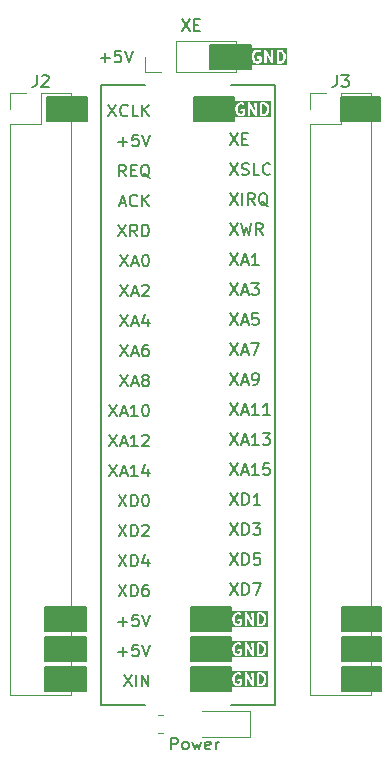
<source format=gbr>
%TF.GenerationSoftware,KiCad,Pcbnew,8.0.1*%
%TF.CreationDate,2024-04-11T20:05:41-05:00*%
%TF.ProjectId,One-to-One LA Adapter,4f6e652d-746f-42d4-9f6e-65204c412041,rev?*%
%TF.SameCoordinates,Original*%
%TF.FileFunction,Legend,Top*%
%TF.FilePolarity,Positive*%
%FSLAX46Y46*%
G04 Gerber Fmt 4.6, Leading zero omitted, Abs format (unit mm)*
G04 Created by KiCad (PCBNEW 8.0.1) date 2024-04-11 20:05:41*
%MOMM*%
%LPD*%
G01*
G04 APERTURE LIST*
%ADD10C,0.150000*%
%ADD11C,0.200000*%
%ADD12C,0.120000*%
G04 APERTURE END LIST*
D10*
X154559000Y-64008000D02*
X158242000Y-64008000D01*
X158242000Y-116459000D02*
X154559000Y-116459000D01*
X158242000Y-64008000D02*
X158242000Y-116459000D01*
X147256500Y-116459000D02*
X143573500Y-116459000D01*
X143573500Y-64008000D02*
X147256500Y-64008000D01*
X143573500Y-116459000D02*
X143573500Y-64008000D01*
X163830000Y-65024000D02*
X167132000Y-65024000D01*
X167132000Y-67056000D01*
X163830000Y-67056000D01*
X163830000Y-65024000D01*
G36*
X163830000Y-65024000D02*
G01*
X167132000Y-65024000D01*
X167132000Y-67056000D01*
X163830000Y-67056000D01*
X163830000Y-65024000D01*
G37*
X163957000Y-108204000D02*
X167259000Y-108204000D01*
X167259000Y-110236000D01*
X163957000Y-110236000D01*
X163957000Y-108204000D01*
G36*
X163957000Y-108204000D02*
G01*
X167259000Y-108204000D01*
X167259000Y-110236000D01*
X163957000Y-110236000D01*
X163957000Y-108204000D01*
G37*
X163957000Y-110744000D02*
X167259000Y-110744000D01*
X167259000Y-112776000D01*
X163957000Y-112776000D01*
X163957000Y-110744000D01*
G36*
X163957000Y-110744000D02*
G01*
X167259000Y-110744000D01*
X167259000Y-112776000D01*
X163957000Y-112776000D01*
X163957000Y-110744000D01*
G37*
X163957000Y-113284000D02*
X167259000Y-113284000D01*
X167259000Y-115316000D01*
X163957000Y-115316000D01*
X163957000Y-113284000D01*
G36*
X163957000Y-113284000D02*
G01*
X167259000Y-113284000D01*
X167259000Y-115316000D01*
X163957000Y-115316000D01*
X163957000Y-113284000D01*
G37*
X138811000Y-113284000D02*
X142240000Y-113284000D01*
X142240000Y-115316000D01*
X138811000Y-115316000D01*
X138811000Y-113284000D01*
G36*
X138811000Y-113284000D02*
G01*
X142240000Y-113284000D01*
X142240000Y-115316000D01*
X138811000Y-115316000D01*
X138811000Y-113284000D01*
G37*
X138811000Y-110744000D02*
X142240000Y-110744000D01*
X142240000Y-112776000D01*
X138811000Y-112776000D01*
X138811000Y-110744000D01*
G36*
X138811000Y-110744000D02*
G01*
X142240000Y-110744000D01*
X142240000Y-112776000D01*
X138811000Y-112776000D01*
X138811000Y-110744000D01*
G37*
X138811000Y-108204000D02*
X142240000Y-108204000D01*
X142240000Y-110236000D01*
X138811000Y-110236000D01*
X138811000Y-108204000D01*
G36*
X138811000Y-108204000D02*
G01*
X142240000Y-108204000D01*
X142240000Y-110236000D01*
X138811000Y-110236000D01*
X138811000Y-108204000D01*
G37*
X138938000Y-65024000D02*
X142367000Y-65024000D01*
X142367000Y-67056000D01*
X138938000Y-67056000D01*
X138938000Y-65024000D01*
G36*
X138938000Y-65024000D02*
G01*
X142367000Y-65024000D01*
X142367000Y-67056000D01*
X138938000Y-67056000D01*
X138938000Y-65024000D01*
G37*
D11*
X143498673Y-61716266D02*
X144260578Y-61716266D01*
X143879625Y-62097219D02*
X143879625Y-61335314D01*
X145212958Y-61097219D02*
X144736768Y-61097219D01*
X144736768Y-61097219D02*
X144689149Y-61573409D01*
X144689149Y-61573409D02*
X144736768Y-61525790D01*
X144736768Y-61525790D02*
X144832006Y-61478171D01*
X144832006Y-61478171D02*
X145070101Y-61478171D01*
X145070101Y-61478171D02*
X145165339Y-61525790D01*
X145165339Y-61525790D02*
X145212958Y-61573409D01*
X145212958Y-61573409D02*
X145260577Y-61668647D01*
X145260577Y-61668647D02*
X145260577Y-61906742D01*
X145260577Y-61906742D02*
X145212958Y-62001980D01*
X145212958Y-62001980D02*
X145165339Y-62049600D01*
X145165339Y-62049600D02*
X145070101Y-62097219D01*
X145070101Y-62097219D02*
X144832006Y-62097219D01*
X144832006Y-62097219D02*
X144736768Y-62049600D01*
X144736768Y-62049600D02*
X144689149Y-62001980D01*
X145546292Y-61097219D02*
X145879625Y-62097219D01*
X145879625Y-62097219D02*
X146212958Y-61097219D01*
X150388435Y-58430219D02*
X151055101Y-59430219D01*
X151055101Y-58430219D02*
X150388435Y-59430219D01*
X151436054Y-58906409D02*
X151769387Y-58906409D01*
X151912244Y-59430219D02*
X151436054Y-59430219D01*
X151436054Y-59430219D02*
X151436054Y-58430219D01*
X151436054Y-58430219D02*
X151912244Y-58430219D01*
D10*
X152781000Y-60579000D02*
X156210000Y-60579000D01*
X156210000Y-62611000D01*
X152781000Y-62611000D01*
X152781000Y-60579000D01*
G36*
X152781000Y-60579000D02*
G01*
X156210000Y-60579000D01*
X156210000Y-62611000D01*
X152781000Y-62611000D01*
X152781000Y-60579000D01*
G37*
D11*
G36*
X158825551Y-61230198D02*
G01*
X158892692Y-61295685D01*
X158928312Y-61364289D01*
X158971791Y-61531856D01*
X158973197Y-61650664D01*
X158932957Y-61817936D01*
X158897035Y-61892606D01*
X158829726Y-61961614D01*
X158726544Y-61997307D01*
X158600105Y-61998250D01*
X158598594Y-61196485D01*
X158717706Y-61195597D01*
X158825551Y-61230198D01*
G37*
G36*
X159282831Y-62308330D02*
G01*
X156193943Y-62308330D01*
X156193943Y-61525790D01*
X156305054Y-61525790D01*
X156306681Y-61663363D01*
X156305172Y-61673508D01*
X156306943Y-61685486D01*
X156306975Y-61688156D01*
X156307539Y-61689519D01*
X156308040Y-61692901D01*
X156355544Y-61875980D01*
X156356224Y-61885536D01*
X156361815Y-61900148D01*
X156362254Y-61901837D01*
X156362684Y-61902417D01*
X156363230Y-61903844D01*
X156412566Y-61998866D01*
X156417144Y-62009918D01*
X156420302Y-62013766D01*
X156421292Y-62015672D01*
X156423286Y-62017401D01*
X156429581Y-62025071D01*
X156515526Y-62108902D01*
X156516531Y-62110912D01*
X156526055Y-62119172D01*
X156539972Y-62132747D01*
X156543291Y-62134122D01*
X156546007Y-62136477D01*
X156563907Y-62144468D01*
X156706991Y-62190374D01*
X156718878Y-62195298D01*
X156723870Y-62195789D01*
X156725879Y-62196434D01*
X156728513Y-62196246D01*
X156738387Y-62197219D01*
X156834529Y-62195609D01*
X156846132Y-62196434D01*
X156850968Y-62195334D01*
X156853134Y-62195298D01*
X156855576Y-62194286D01*
X156865248Y-62192087D01*
X156993625Y-62147678D01*
X156995992Y-62147678D01*
X157007984Y-62142710D01*
X157026005Y-62136477D01*
X157028720Y-62134122D01*
X157032040Y-62132747D01*
X157047193Y-62120310D01*
X157107249Y-62057537D01*
X157122180Y-62021488D01*
X157124101Y-62001980D01*
X157122180Y-61649138D01*
X157107248Y-61613090D01*
X157079658Y-61585500D01*
X157043610Y-61570568D01*
X157024101Y-61568647D01*
X156814116Y-61570568D01*
X156778068Y-61585500D01*
X156750478Y-61613090D01*
X156735546Y-61649138D01*
X156735546Y-61688156D01*
X156750478Y-61724204D01*
X156778068Y-61751794D01*
X156814116Y-61766726D01*
X156833625Y-61768647D01*
X156924640Y-61767814D01*
X156925688Y-61960224D01*
X156924059Y-61961927D01*
X156821448Y-61997422D01*
X156757961Y-61998485D01*
X156651221Y-61964240D01*
X156584082Y-61898752D01*
X156548461Y-61830145D01*
X156504982Y-61662580D01*
X156503576Y-61543773D01*
X156543816Y-61376500D01*
X156579738Y-61301830D01*
X156647045Y-61232824D01*
X156750384Y-61197077D01*
X156855585Y-61195832D01*
X156950069Y-61241287D01*
X156988989Y-61244053D01*
X157026005Y-61231714D01*
X157055482Y-61206149D01*
X157072931Y-61171251D01*
X157075696Y-61132331D01*
X157063993Y-61097219D01*
X157352673Y-61097219D01*
X157354594Y-62116728D01*
X157369526Y-62152776D01*
X157397116Y-62180366D01*
X157433164Y-62195298D01*
X157472182Y-62195298D01*
X157508230Y-62180366D01*
X157535820Y-62152776D01*
X157550752Y-62116728D01*
X157552673Y-62097219D01*
X157551492Y-61470475D01*
X157935990Y-62140793D01*
X157940954Y-62152776D01*
X157945433Y-62157255D01*
X157948624Y-62162818D01*
X157959140Y-62170962D01*
X157968544Y-62180366D01*
X157974431Y-62182804D01*
X157979473Y-62186709D01*
X157992305Y-62190208D01*
X158004592Y-62195298D01*
X158010968Y-62195298D01*
X158017117Y-62196975D01*
X158030310Y-62195298D01*
X158043610Y-62195298D01*
X158049498Y-62192858D01*
X158055823Y-62192055D01*
X158067372Y-62185454D01*
X158079658Y-62180366D01*
X158084165Y-62175858D01*
X158089700Y-62172696D01*
X158097844Y-62162179D01*
X158107248Y-62152776D01*
X158109686Y-62146888D01*
X158113591Y-62141847D01*
X158117090Y-62129014D01*
X158122180Y-62116728D01*
X158123162Y-62106750D01*
X158123857Y-62104204D01*
X158123606Y-62102236D01*
X158124101Y-62097219D01*
X158122217Y-61097219D01*
X158400292Y-61097219D01*
X158402213Y-62116728D01*
X158417145Y-62152776D01*
X158444735Y-62180366D01*
X158480783Y-62195298D01*
X158500292Y-62197219D01*
X158737092Y-62195453D01*
X158750894Y-62196434D01*
X158755821Y-62195313D01*
X158757896Y-62195298D01*
X158760338Y-62194286D01*
X158770010Y-62192087D01*
X158898387Y-62147678D01*
X158900754Y-62147678D01*
X158912746Y-62142710D01*
X158930767Y-62136477D01*
X158933482Y-62134122D01*
X158936802Y-62132747D01*
X158951955Y-62120310D01*
X159045972Y-62023920D01*
X159055482Y-62015673D01*
X159058148Y-62011437D01*
X159059630Y-62009918D01*
X159060641Y-62007476D01*
X159065925Y-61999082D01*
X159109353Y-61908810D01*
X159114520Y-61901837D01*
X159119748Y-61887202D01*
X159120550Y-61885536D01*
X159120601Y-61884815D01*
X159121115Y-61883377D01*
X159165694Y-61698064D01*
X159169799Y-61688156D01*
X159170991Y-61676046D01*
X159171602Y-61673508D01*
X159171384Y-61672049D01*
X159171720Y-61668647D01*
X159170092Y-61531073D01*
X159171602Y-61520929D01*
X159169830Y-61508950D01*
X159169799Y-61506281D01*
X159169234Y-61504917D01*
X159168734Y-61501536D01*
X159121229Y-61318456D01*
X159120550Y-61308901D01*
X159114957Y-61294285D01*
X159114520Y-61292600D01*
X159114090Y-61292020D01*
X159113544Y-61290592D01*
X159064201Y-61195558D01*
X159059629Y-61184519D01*
X159056473Y-61180674D01*
X159055482Y-61178764D01*
X159053484Y-61177031D01*
X159047193Y-61169365D01*
X158961248Y-61085536D01*
X158960243Y-61083526D01*
X158950713Y-61075260D01*
X158936801Y-61061691D01*
X158933482Y-61060316D01*
X158930767Y-61057961D01*
X158912866Y-61049970D01*
X158769786Y-61004065D01*
X158757896Y-60999140D01*
X158752902Y-60998648D01*
X158750894Y-60998004D01*
X158748260Y-60998191D01*
X158738387Y-60997219D01*
X158480783Y-60999140D01*
X158444735Y-61014072D01*
X158417145Y-61041662D01*
X158402213Y-61077710D01*
X158400292Y-61097219D01*
X158122217Y-61097219D01*
X158122180Y-61077710D01*
X158107248Y-61041662D01*
X158079658Y-61014072D01*
X158043610Y-60999140D01*
X158004592Y-60999140D01*
X157968544Y-61014072D01*
X157940954Y-61041662D01*
X157926022Y-61077710D01*
X157924101Y-61097219D01*
X157925281Y-61723962D01*
X157540783Y-61053644D01*
X157535820Y-61041662D01*
X157531340Y-61037182D01*
X157528150Y-61031620D01*
X157517635Y-61023477D01*
X157508230Y-61014072D01*
X157502339Y-61011632D01*
X157497301Y-61007730D01*
X157484472Y-61004231D01*
X157472182Y-60999140D01*
X157465807Y-60999140D01*
X157459658Y-60997463D01*
X157446465Y-60999140D01*
X157433164Y-60999140D01*
X157427275Y-61001579D01*
X157420951Y-61002383D01*
X157409401Y-61008983D01*
X157397116Y-61014072D01*
X157392608Y-61018579D01*
X157387074Y-61021742D01*
X157378931Y-61032256D01*
X157369526Y-61041662D01*
X157367086Y-61047552D01*
X157363184Y-61052591D01*
X157359685Y-61065419D01*
X157354594Y-61077710D01*
X157353611Y-61087687D01*
X157352917Y-61090234D01*
X157353167Y-61092201D01*
X157352673Y-61097219D01*
X157063993Y-61097219D01*
X157063358Y-61095315D01*
X157037793Y-61065838D01*
X157021203Y-61055395D01*
X156938185Y-61015456D01*
X156936801Y-61014072D01*
X156926051Y-61009619D01*
X156907657Y-61000770D01*
X156904073Y-61000515D01*
X156900753Y-60999140D01*
X156881244Y-60997219D01*
X156738583Y-60998906D01*
X156725879Y-60998004D01*
X156720993Y-60999114D01*
X156718878Y-60999140D01*
X156716436Y-61000151D01*
X156706764Y-61002351D01*
X156578390Y-61046759D01*
X156576021Y-61046759D01*
X156564024Y-61051728D01*
X156546007Y-61057961D01*
X156543291Y-61060316D01*
X156539973Y-61061691D01*
X156524819Y-61074127D01*
X156430802Y-61170516D01*
X156421292Y-61178765D01*
X156418625Y-61183001D01*
X156417145Y-61184519D01*
X156416134Y-61186958D01*
X156410849Y-61195355D01*
X156367420Y-61285626D01*
X156362254Y-61292600D01*
X156357026Y-61307232D01*
X156356224Y-61308901D01*
X156356172Y-61309623D01*
X156355659Y-61311061D01*
X156311079Y-61496371D01*
X156306975Y-61506281D01*
X156305782Y-61518390D01*
X156305172Y-61520929D01*
X156305389Y-61522387D01*
X156305054Y-61525790D01*
X156193943Y-61525790D01*
X156193943Y-60886108D01*
X159282831Y-60886108D01*
X159282831Y-62308330D01*
G37*
D10*
X151384000Y-65024000D02*
X154813000Y-65024000D01*
X154813000Y-67056000D01*
X151384000Y-67056000D01*
X151384000Y-65024000D01*
G36*
X151384000Y-65024000D02*
G01*
X154813000Y-65024000D01*
X154813000Y-67056000D01*
X151384000Y-67056000D01*
X151384000Y-65024000D01*
G37*
D11*
G36*
X157428551Y-65675198D02*
G01*
X157495692Y-65740685D01*
X157531312Y-65809289D01*
X157574791Y-65976856D01*
X157576197Y-66095664D01*
X157535957Y-66262936D01*
X157500035Y-66337606D01*
X157432726Y-66406614D01*
X157329544Y-66442307D01*
X157203105Y-66443250D01*
X157201594Y-65641485D01*
X157320706Y-65640597D01*
X157428551Y-65675198D01*
G37*
G36*
X157885831Y-66753330D02*
G01*
X154796943Y-66753330D01*
X154796943Y-65970790D01*
X154908054Y-65970790D01*
X154909681Y-66108363D01*
X154908172Y-66118508D01*
X154909943Y-66130486D01*
X154909975Y-66133156D01*
X154910539Y-66134519D01*
X154911040Y-66137901D01*
X154958544Y-66320980D01*
X154959224Y-66330536D01*
X154964815Y-66345148D01*
X154965254Y-66346837D01*
X154965684Y-66347417D01*
X154966230Y-66348844D01*
X155015566Y-66443866D01*
X155020144Y-66454918D01*
X155023302Y-66458766D01*
X155024292Y-66460672D01*
X155026286Y-66462401D01*
X155032581Y-66470071D01*
X155118526Y-66553902D01*
X155119531Y-66555912D01*
X155129055Y-66564172D01*
X155142972Y-66577747D01*
X155146291Y-66579122D01*
X155149007Y-66581477D01*
X155166907Y-66589468D01*
X155309991Y-66635374D01*
X155321878Y-66640298D01*
X155326870Y-66640789D01*
X155328879Y-66641434D01*
X155331513Y-66641246D01*
X155341387Y-66642219D01*
X155437529Y-66640609D01*
X155449132Y-66641434D01*
X155453968Y-66640334D01*
X155456134Y-66640298D01*
X155458576Y-66639286D01*
X155468248Y-66637087D01*
X155596625Y-66592678D01*
X155598992Y-66592678D01*
X155610984Y-66587710D01*
X155629005Y-66581477D01*
X155631720Y-66579122D01*
X155635040Y-66577747D01*
X155650193Y-66565310D01*
X155710249Y-66502537D01*
X155725180Y-66466488D01*
X155727101Y-66446980D01*
X155725180Y-66094138D01*
X155710248Y-66058090D01*
X155682658Y-66030500D01*
X155646610Y-66015568D01*
X155627101Y-66013647D01*
X155417116Y-66015568D01*
X155381068Y-66030500D01*
X155353478Y-66058090D01*
X155338546Y-66094138D01*
X155338546Y-66133156D01*
X155353478Y-66169204D01*
X155381068Y-66196794D01*
X155417116Y-66211726D01*
X155436625Y-66213647D01*
X155527640Y-66212814D01*
X155528688Y-66405224D01*
X155527059Y-66406927D01*
X155424448Y-66442422D01*
X155360961Y-66443485D01*
X155254221Y-66409240D01*
X155187082Y-66343752D01*
X155151461Y-66275145D01*
X155107982Y-66107580D01*
X155106576Y-65988773D01*
X155146816Y-65821500D01*
X155182738Y-65746830D01*
X155250045Y-65677824D01*
X155353384Y-65642077D01*
X155458585Y-65640832D01*
X155553069Y-65686287D01*
X155591989Y-65689053D01*
X155629005Y-65676714D01*
X155658482Y-65651149D01*
X155675931Y-65616251D01*
X155678696Y-65577331D01*
X155666993Y-65542219D01*
X155955673Y-65542219D01*
X155957594Y-66561728D01*
X155972526Y-66597776D01*
X156000116Y-66625366D01*
X156036164Y-66640298D01*
X156075182Y-66640298D01*
X156111230Y-66625366D01*
X156138820Y-66597776D01*
X156153752Y-66561728D01*
X156155673Y-66542219D01*
X156154492Y-65915475D01*
X156538990Y-66585793D01*
X156543954Y-66597776D01*
X156548433Y-66602255D01*
X156551624Y-66607818D01*
X156562140Y-66615962D01*
X156571544Y-66625366D01*
X156577431Y-66627804D01*
X156582473Y-66631709D01*
X156595305Y-66635208D01*
X156607592Y-66640298D01*
X156613968Y-66640298D01*
X156620117Y-66641975D01*
X156633310Y-66640298D01*
X156646610Y-66640298D01*
X156652498Y-66637858D01*
X156658823Y-66637055D01*
X156670372Y-66630454D01*
X156682658Y-66625366D01*
X156687165Y-66620858D01*
X156692700Y-66617696D01*
X156700844Y-66607179D01*
X156710248Y-66597776D01*
X156712686Y-66591888D01*
X156716591Y-66586847D01*
X156720090Y-66574014D01*
X156725180Y-66561728D01*
X156726162Y-66551750D01*
X156726857Y-66549204D01*
X156726606Y-66547236D01*
X156727101Y-66542219D01*
X156725217Y-65542219D01*
X157003292Y-65542219D01*
X157005213Y-66561728D01*
X157020145Y-66597776D01*
X157047735Y-66625366D01*
X157083783Y-66640298D01*
X157103292Y-66642219D01*
X157340092Y-66640453D01*
X157353894Y-66641434D01*
X157358821Y-66640313D01*
X157360896Y-66640298D01*
X157363338Y-66639286D01*
X157373010Y-66637087D01*
X157501387Y-66592678D01*
X157503754Y-66592678D01*
X157515746Y-66587710D01*
X157533767Y-66581477D01*
X157536482Y-66579122D01*
X157539802Y-66577747D01*
X157554955Y-66565310D01*
X157648972Y-66468920D01*
X157658482Y-66460673D01*
X157661148Y-66456437D01*
X157662630Y-66454918D01*
X157663641Y-66452476D01*
X157668925Y-66444082D01*
X157712353Y-66353810D01*
X157717520Y-66346837D01*
X157722748Y-66332202D01*
X157723550Y-66330536D01*
X157723601Y-66329815D01*
X157724115Y-66328377D01*
X157768694Y-66143064D01*
X157772799Y-66133156D01*
X157773991Y-66121046D01*
X157774602Y-66118508D01*
X157774384Y-66117049D01*
X157774720Y-66113647D01*
X157773092Y-65976073D01*
X157774602Y-65965929D01*
X157772830Y-65953950D01*
X157772799Y-65951281D01*
X157772234Y-65949917D01*
X157771734Y-65946536D01*
X157724229Y-65763456D01*
X157723550Y-65753901D01*
X157717957Y-65739285D01*
X157717520Y-65737600D01*
X157717090Y-65737020D01*
X157716544Y-65735592D01*
X157667201Y-65640558D01*
X157662629Y-65629519D01*
X157659473Y-65625674D01*
X157658482Y-65623764D01*
X157656484Y-65622031D01*
X157650193Y-65614365D01*
X157564248Y-65530536D01*
X157563243Y-65528526D01*
X157553713Y-65520260D01*
X157539801Y-65506691D01*
X157536482Y-65505316D01*
X157533767Y-65502961D01*
X157515866Y-65494970D01*
X157372786Y-65449065D01*
X157360896Y-65444140D01*
X157355902Y-65443648D01*
X157353894Y-65443004D01*
X157351260Y-65443191D01*
X157341387Y-65442219D01*
X157083783Y-65444140D01*
X157047735Y-65459072D01*
X157020145Y-65486662D01*
X157005213Y-65522710D01*
X157003292Y-65542219D01*
X156725217Y-65542219D01*
X156725180Y-65522710D01*
X156710248Y-65486662D01*
X156682658Y-65459072D01*
X156646610Y-65444140D01*
X156607592Y-65444140D01*
X156571544Y-65459072D01*
X156543954Y-65486662D01*
X156529022Y-65522710D01*
X156527101Y-65542219D01*
X156528281Y-66168962D01*
X156143783Y-65498644D01*
X156138820Y-65486662D01*
X156134340Y-65482182D01*
X156131150Y-65476620D01*
X156120635Y-65468477D01*
X156111230Y-65459072D01*
X156105339Y-65456632D01*
X156100301Y-65452730D01*
X156087472Y-65449231D01*
X156075182Y-65444140D01*
X156068807Y-65444140D01*
X156062658Y-65442463D01*
X156049465Y-65444140D01*
X156036164Y-65444140D01*
X156030275Y-65446579D01*
X156023951Y-65447383D01*
X156012401Y-65453983D01*
X156000116Y-65459072D01*
X155995608Y-65463579D01*
X155990074Y-65466742D01*
X155981931Y-65477256D01*
X155972526Y-65486662D01*
X155970086Y-65492552D01*
X155966184Y-65497591D01*
X155962685Y-65510419D01*
X155957594Y-65522710D01*
X155956611Y-65532687D01*
X155955917Y-65535234D01*
X155956167Y-65537201D01*
X155955673Y-65542219D01*
X155666993Y-65542219D01*
X155666358Y-65540315D01*
X155640793Y-65510838D01*
X155624203Y-65500395D01*
X155541185Y-65460456D01*
X155539801Y-65459072D01*
X155529051Y-65454619D01*
X155510657Y-65445770D01*
X155507073Y-65445515D01*
X155503753Y-65444140D01*
X155484244Y-65442219D01*
X155341583Y-65443906D01*
X155328879Y-65443004D01*
X155323993Y-65444114D01*
X155321878Y-65444140D01*
X155319436Y-65445151D01*
X155309764Y-65447351D01*
X155181390Y-65491759D01*
X155179021Y-65491759D01*
X155167024Y-65496728D01*
X155149007Y-65502961D01*
X155146291Y-65505316D01*
X155142973Y-65506691D01*
X155127819Y-65519127D01*
X155033802Y-65615516D01*
X155024292Y-65623765D01*
X155021625Y-65628001D01*
X155020145Y-65629519D01*
X155019134Y-65631958D01*
X155013849Y-65640355D01*
X154970420Y-65730626D01*
X154965254Y-65737600D01*
X154960026Y-65752232D01*
X154959224Y-65753901D01*
X154959172Y-65754623D01*
X154958659Y-65756061D01*
X154914079Y-65941371D01*
X154909975Y-65951281D01*
X154908782Y-65963390D01*
X154908172Y-65965929D01*
X154908389Y-65967387D01*
X154908054Y-65970790D01*
X154796943Y-65970790D01*
X154796943Y-65331108D01*
X157885831Y-65331108D01*
X157885831Y-66753330D01*
G37*
G36*
X157174551Y-113935198D02*
G01*
X157241692Y-114000685D01*
X157277312Y-114069289D01*
X157320791Y-114236856D01*
X157322197Y-114355664D01*
X157281957Y-114522936D01*
X157246035Y-114597606D01*
X157178726Y-114666614D01*
X157075544Y-114702307D01*
X156949105Y-114703250D01*
X156947594Y-113901485D01*
X157066706Y-113900597D01*
X157174551Y-113935198D01*
G37*
G36*
X157631831Y-115013330D02*
G01*
X154542943Y-115013330D01*
X154542943Y-114230790D01*
X154654054Y-114230790D01*
X154655681Y-114368363D01*
X154654172Y-114378508D01*
X154655943Y-114390486D01*
X154655975Y-114393156D01*
X154656539Y-114394519D01*
X154657040Y-114397901D01*
X154704544Y-114580980D01*
X154705224Y-114590536D01*
X154710815Y-114605148D01*
X154711254Y-114606837D01*
X154711684Y-114607417D01*
X154712230Y-114608844D01*
X154761566Y-114703866D01*
X154766144Y-114714918D01*
X154769302Y-114718766D01*
X154770292Y-114720672D01*
X154772286Y-114722401D01*
X154778581Y-114730071D01*
X154864526Y-114813902D01*
X154865531Y-114815912D01*
X154875055Y-114824172D01*
X154888972Y-114837747D01*
X154892291Y-114839122D01*
X154895007Y-114841477D01*
X154912907Y-114849468D01*
X155055991Y-114895374D01*
X155067878Y-114900298D01*
X155072870Y-114900789D01*
X155074879Y-114901434D01*
X155077513Y-114901246D01*
X155087387Y-114902219D01*
X155183529Y-114900609D01*
X155195132Y-114901434D01*
X155199968Y-114900334D01*
X155202134Y-114900298D01*
X155204576Y-114899286D01*
X155214248Y-114897087D01*
X155342625Y-114852678D01*
X155344992Y-114852678D01*
X155356984Y-114847710D01*
X155375005Y-114841477D01*
X155377720Y-114839122D01*
X155381040Y-114837747D01*
X155396193Y-114825310D01*
X155456249Y-114762537D01*
X155471180Y-114726488D01*
X155473101Y-114706980D01*
X155471180Y-114354138D01*
X155456248Y-114318090D01*
X155428658Y-114290500D01*
X155392610Y-114275568D01*
X155373101Y-114273647D01*
X155163116Y-114275568D01*
X155127068Y-114290500D01*
X155099478Y-114318090D01*
X155084546Y-114354138D01*
X155084546Y-114393156D01*
X155099478Y-114429204D01*
X155127068Y-114456794D01*
X155163116Y-114471726D01*
X155182625Y-114473647D01*
X155273640Y-114472814D01*
X155274688Y-114665224D01*
X155273059Y-114666927D01*
X155170448Y-114702422D01*
X155106961Y-114703485D01*
X155000221Y-114669240D01*
X154933082Y-114603752D01*
X154897461Y-114535145D01*
X154853982Y-114367580D01*
X154852576Y-114248773D01*
X154892816Y-114081500D01*
X154928738Y-114006830D01*
X154996045Y-113937824D01*
X155099384Y-113902077D01*
X155204585Y-113900832D01*
X155299069Y-113946287D01*
X155337989Y-113949053D01*
X155375005Y-113936714D01*
X155404482Y-113911149D01*
X155421931Y-113876251D01*
X155424696Y-113837331D01*
X155412993Y-113802219D01*
X155701673Y-113802219D01*
X155703594Y-114821728D01*
X155718526Y-114857776D01*
X155746116Y-114885366D01*
X155782164Y-114900298D01*
X155821182Y-114900298D01*
X155857230Y-114885366D01*
X155884820Y-114857776D01*
X155899752Y-114821728D01*
X155901673Y-114802219D01*
X155900492Y-114175475D01*
X156284990Y-114845793D01*
X156289954Y-114857776D01*
X156294433Y-114862255D01*
X156297624Y-114867818D01*
X156308140Y-114875962D01*
X156317544Y-114885366D01*
X156323431Y-114887804D01*
X156328473Y-114891709D01*
X156341305Y-114895208D01*
X156353592Y-114900298D01*
X156359968Y-114900298D01*
X156366117Y-114901975D01*
X156379310Y-114900298D01*
X156392610Y-114900298D01*
X156398498Y-114897858D01*
X156404823Y-114897055D01*
X156416372Y-114890454D01*
X156428658Y-114885366D01*
X156433165Y-114880858D01*
X156438700Y-114877696D01*
X156446844Y-114867179D01*
X156456248Y-114857776D01*
X156458686Y-114851888D01*
X156462591Y-114846847D01*
X156466090Y-114834014D01*
X156471180Y-114821728D01*
X156472162Y-114811750D01*
X156472857Y-114809204D01*
X156472606Y-114807236D01*
X156473101Y-114802219D01*
X156471217Y-113802219D01*
X156749292Y-113802219D01*
X156751213Y-114821728D01*
X156766145Y-114857776D01*
X156793735Y-114885366D01*
X156829783Y-114900298D01*
X156849292Y-114902219D01*
X157086092Y-114900453D01*
X157099894Y-114901434D01*
X157104821Y-114900313D01*
X157106896Y-114900298D01*
X157109338Y-114899286D01*
X157119010Y-114897087D01*
X157247387Y-114852678D01*
X157249754Y-114852678D01*
X157261746Y-114847710D01*
X157279767Y-114841477D01*
X157282482Y-114839122D01*
X157285802Y-114837747D01*
X157300955Y-114825310D01*
X157394972Y-114728920D01*
X157404482Y-114720673D01*
X157407148Y-114716437D01*
X157408630Y-114714918D01*
X157409641Y-114712476D01*
X157414925Y-114704082D01*
X157458353Y-114613810D01*
X157463520Y-114606837D01*
X157468748Y-114592202D01*
X157469550Y-114590536D01*
X157469601Y-114589815D01*
X157470115Y-114588377D01*
X157514694Y-114403064D01*
X157518799Y-114393156D01*
X157519991Y-114381046D01*
X157520602Y-114378508D01*
X157520384Y-114377049D01*
X157520720Y-114373647D01*
X157519092Y-114236073D01*
X157520602Y-114225929D01*
X157518830Y-114213950D01*
X157518799Y-114211281D01*
X157518234Y-114209917D01*
X157517734Y-114206536D01*
X157470229Y-114023456D01*
X157469550Y-114013901D01*
X157463957Y-113999285D01*
X157463520Y-113997600D01*
X157463090Y-113997020D01*
X157462544Y-113995592D01*
X157413201Y-113900558D01*
X157408629Y-113889519D01*
X157405473Y-113885674D01*
X157404482Y-113883764D01*
X157402484Y-113882031D01*
X157396193Y-113874365D01*
X157310248Y-113790536D01*
X157309243Y-113788526D01*
X157299713Y-113780260D01*
X157285801Y-113766691D01*
X157282482Y-113765316D01*
X157279767Y-113762961D01*
X157261866Y-113754970D01*
X157118786Y-113709065D01*
X157106896Y-113704140D01*
X157101902Y-113703648D01*
X157099894Y-113703004D01*
X157097260Y-113703191D01*
X157087387Y-113702219D01*
X156829783Y-113704140D01*
X156793735Y-113719072D01*
X156766145Y-113746662D01*
X156751213Y-113782710D01*
X156749292Y-113802219D01*
X156471217Y-113802219D01*
X156471180Y-113782710D01*
X156456248Y-113746662D01*
X156428658Y-113719072D01*
X156392610Y-113704140D01*
X156353592Y-113704140D01*
X156317544Y-113719072D01*
X156289954Y-113746662D01*
X156275022Y-113782710D01*
X156273101Y-113802219D01*
X156274281Y-114428962D01*
X155889783Y-113758644D01*
X155884820Y-113746662D01*
X155880340Y-113742182D01*
X155877150Y-113736620D01*
X155866635Y-113728477D01*
X155857230Y-113719072D01*
X155851339Y-113716632D01*
X155846301Y-113712730D01*
X155833472Y-113709231D01*
X155821182Y-113704140D01*
X155814807Y-113704140D01*
X155808658Y-113702463D01*
X155795465Y-113704140D01*
X155782164Y-113704140D01*
X155776275Y-113706579D01*
X155769951Y-113707383D01*
X155758401Y-113713983D01*
X155746116Y-113719072D01*
X155741608Y-113723579D01*
X155736074Y-113726742D01*
X155727931Y-113737256D01*
X155718526Y-113746662D01*
X155716086Y-113752552D01*
X155712184Y-113757591D01*
X155708685Y-113770419D01*
X155703594Y-113782710D01*
X155702611Y-113792687D01*
X155701917Y-113795234D01*
X155702167Y-113797201D01*
X155701673Y-113802219D01*
X155412993Y-113802219D01*
X155412358Y-113800315D01*
X155386793Y-113770838D01*
X155370203Y-113760395D01*
X155287185Y-113720456D01*
X155285801Y-113719072D01*
X155275051Y-113714619D01*
X155256657Y-113705770D01*
X155253073Y-113705515D01*
X155249753Y-113704140D01*
X155230244Y-113702219D01*
X155087583Y-113703906D01*
X155074879Y-113703004D01*
X155069993Y-113704114D01*
X155067878Y-113704140D01*
X155065436Y-113705151D01*
X155055764Y-113707351D01*
X154927390Y-113751759D01*
X154925021Y-113751759D01*
X154913024Y-113756728D01*
X154895007Y-113762961D01*
X154892291Y-113765316D01*
X154888973Y-113766691D01*
X154873819Y-113779127D01*
X154779802Y-113875516D01*
X154770292Y-113883765D01*
X154767625Y-113888001D01*
X154766145Y-113889519D01*
X154765134Y-113891958D01*
X154759849Y-113900355D01*
X154716420Y-113990626D01*
X154711254Y-113997600D01*
X154706026Y-114012232D01*
X154705224Y-114013901D01*
X154705172Y-114014623D01*
X154704659Y-114016061D01*
X154660079Y-114201371D01*
X154655975Y-114211281D01*
X154654782Y-114223390D01*
X154654172Y-114225929D01*
X154654389Y-114227387D01*
X154654054Y-114230790D01*
X154542943Y-114230790D01*
X154542943Y-113591108D01*
X157631831Y-113591108D01*
X157631831Y-115013330D01*
G37*
G36*
X157174551Y-111395198D02*
G01*
X157241692Y-111460685D01*
X157277312Y-111529289D01*
X157320791Y-111696856D01*
X157322197Y-111815664D01*
X157281957Y-111982936D01*
X157246035Y-112057606D01*
X157178726Y-112126614D01*
X157075544Y-112162307D01*
X156949105Y-112163250D01*
X156947594Y-111361485D01*
X157066706Y-111360597D01*
X157174551Y-111395198D01*
G37*
G36*
X157631831Y-112473330D02*
G01*
X154542943Y-112473330D01*
X154542943Y-111690790D01*
X154654054Y-111690790D01*
X154655681Y-111828363D01*
X154654172Y-111838508D01*
X154655943Y-111850486D01*
X154655975Y-111853156D01*
X154656539Y-111854519D01*
X154657040Y-111857901D01*
X154704544Y-112040980D01*
X154705224Y-112050536D01*
X154710815Y-112065148D01*
X154711254Y-112066837D01*
X154711684Y-112067417D01*
X154712230Y-112068844D01*
X154761566Y-112163866D01*
X154766144Y-112174918D01*
X154769302Y-112178766D01*
X154770292Y-112180672D01*
X154772286Y-112182401D01*
X154778581Y-112190071D01*
X154864526Y-112273902D01*
X154865531Y-112275912D01*
X154875055Y-112284172D01*
X154888972Y-112297747D01*
X154892291Y-112299122D01*
X154895007Y-112301477D01*
X154912907Y-112309468D01*
X155055991Y-112355374D01*
X155067878Y-112360298D01*
X155072870Y-112360789D01*
X155074879Y-112361434D01*
X155077513Y-112361246D01*
X155087387Y-112362219D01*
X155183529Y-112360609D01*
X155195132Y-112361434D01*
X155199968Y-112360334D01*
X155202134Y-112360298D01*
X155204576Y-112359286D01*
X155214248Y-112357087D01*
X155342625Y-112312678D01*
X155344992Y-112312678D01*
X155356984Y-112307710D01*
X155375005Y-112301477D01*
X155377720Y-112299122D01*
X155381040Y-112297747D01*
X155396193Y-112285310D01*
X155456249Y-112222537D01*
X155471180Y-112186488D01*
X155473101Y-112166980D01*
X155471180Y-111814138D01*
X155456248Y-111778090D01*
X155428658Y-111750500D01*
X155392610Y-111735568D01*
X155373101Y-111733647D01*
X155163116Y-111735568D01*
X155127068Y-111750500D01*
X155099478Y-111778090D01*
X155084546Y-111814138D01*
X155084546Y-111853156D01*
X155099478Y-111889204D01*
X155127068Y-111916794D01*
X155163116Y-111931726D01*
X155182625Y-111933647D01*
X155273640Y-111932814D01*
X155274688Y-112125224D01*
X155273059Y-112126927D01*
X155170448Y-112162422D01*
X155106961Y-112163485D01*
X155000221Y-112129240D01*
X154933082Y-112063752D01*
X154897461Y-111995145D01*
X154853982Y-111827580D01*
X154852576Y-111708773D01*
X154892816Y-111541500D01*
X154928738Y-111466830D01*
X154996045Y-111397824D01*
X155099384Y-111362077D01*
X155204585Y-111360832D01*
X155299069Y-111406287D01*
X155337989Y-111409053D01*
X155375005Y-111396714D01*
X155404482Y-111371149D01*
X155421931Y-111336251D01*
X155424696Y-111297331D01*
X155412993Y-111262219D01*
X155701673Y-111262219D01*
X155703594Y-112281728D01*
X155718526Y-112317776D01*
X155746116Y-112345366D01*
X155782164Y-112360298D01*
X155821182Y-112360298D01*
X155857230Y-112345366D01*
X155884820Y-112317776D01*
X155899752Y-112281728D01*
X155901673Y-112262219D01*
X155900492Y-111635475D01*
X156284990Y-112305793D01*
X156289954Y-112317776D01*
X156294433Y-112322255D01*
X156297624Y-112327818D01*
X156308140Y-112335962D01*
X156317544Y-112345366D01*
X156323431Y-112347804D01*
X156328473Y-112351709D01*
X156341305Y-112355208D01*
X156353592Y-112360298D01*
X156359968Y-112360298D01*
X156366117Y-112361975D01*
X156379310Y-112360298D01*
X156392610Y-112360298D01*
X156398498Y-112357858D01*
X156404823Y-112357055D01*
X156416372Y-112350454D01*
X156428658Y-112345366D01*
X156433165Y-112340858D01*
X156438700Y-112337696D01*
X156446844Y-112327179D01*
X156456248Y-112317776D01*
X156458686Y-112311888D01*
X156462591Y-112306847D01*
X156466090Y-112294014D01*
X156471180Y-112281728D01*
X156472162Y-112271750D01*
X156472857Y-112269204D01*
X156472606Y-112267236D01*
X156473101Y-112262219D01*
X156471217Y-111262219D01*
X156749292Y-111262219D01*
X156751213Y-112281728D01*
X156766145Y-112317776D01*
X156793735Y-112345366D01*
X156829783Y-112360298D01*
X156849292Y-112362219D01*
X157086092Y-112360453D01*
X157099894Y-112361434D01*
X157104821Y-112360313D01*
X157106896Y-112360298D01*
X157109338Y-112359286D01*
X157119010Y-112357087D01*
X157247387Y-112312678D01*
X157249754Y-112312678D01*
X157261746Y-112307710D01*
X157279767Y-112301477D01*
X157282482Y-112299122D01*
X157285802Y-112297747D01*
X157300955Y-112285310D01*
X157394972Y-112188920D01*
X157404482Y-112180673D01*
X157407148Y-112176437D01*
X157408630Y-112174918D01*
X157409641Y-112172476D01*
X157414925Y-112164082D01*
X157458353Y-112073810D01*
X157463520Y-112066837D01*
X157468748Y-112052202D01*
X157469550Y-112050536D01*
X157469601Y-112049815D01*
X157470115Y-112048377D01*
X157514694Y-111863064D01*
X157518799Y-111853156D01*
X157519991Y-111841046D01*
X157520602Y-111838508D01*
X157520384Y-111837049D01*
X157520720Y-111833647D01*
X157519092Y-111696073D01*
X157520602Y-111685929D01*
X157518830Y-111673950D01*
X157518799Y-111671281D01*
X157518234Y-111669917D01*
X157517734Y-111666536D01*
X157470229Y-111483456D01*
X157469550Y-111473901D01*
X157463957Y-111459285D01*
X157463520Y-111457600D01*
X157463090Y-111457020D01*
X157462544Y-111455592D01*
X157413201Y-111360558D01*
X157408629Y-111349519D01*
X157405473Y-111345674D01*
X157404482Y-111343764D01*
X157402484Y-111342031D01*
X157396193Y-111334365D01*
X157310248Y-111250536D01*
X157309243Y-111248526D01*
X157299713Y-111240260D01*
X157285801Y-111226691D01*
X157282482Y-111225316D01*
X157279767Y-111222961D01*
X157261866Y-111214970D01*
X157118786Y-111169065D01*
X157106896Y-111164140D01*
X157101902Y-111163648D01*
X157099894Y-111163004D01*
X157097260Y-111163191D01*
X157087387Y-111162219D01*
X156829783Y-111164140D01*
X156793735Y-111179072D01*
X156766145Y-111206662D01*
X156751213Y-111242710D01*
X156749292Y-111262219D01*
X156471217Y-111262219D01*
X156471180Y-111242710D01*
X156456248Y-111206662D01*
X156428658Y-111179072D01*
X156392610Y-111164140D01*
X156353592Y-111164140D01*
X156317544Y-111179072D01*
X156289954Y-111206662D01*
X156275022Y-111242710D01*
X156273101Y-111262219D01*
X156274281Y-111888962D01*
X155889783Y-111218644D01*
X155884820Y-111206662D01*
X155880340Y-111202182D01*
X155877150Y-111196620D01*
X155866635Y-111188477D01*
X155857230Y-111179072D01*
X155851339Y-111176632D01*
X155846301Y-111172730D01*
X155833472Y-111169231D01*
X155821182Y-111164140D01*
X155814807Y-111164140D01*
X155808658Y-111162463D01*
X155795465Y-111164140D01*
X155782164Y-111164140D01*
X155776275Y-111166579D01*
X155769951Y-111167383D01*
X155758401Y-111173983D01*
X155746116Y-111179072D01*
X155741608Y-111183579D01*
X155736074Y-111186742D01*
X155727931Y-111197256D01*
X155718526Y-111206662D01*
X155716086Y-111212552D01*
X155712184Y-111217591D01*
X155708685Y-111230419D01*
X155703594Y-111242710D01*
X155702611Y-111252687D01*
X155701917Y-111255234D01*
X155702167Y-111257201D01*
X155701673Y-111262219D01*
X155412993Y-111262219D01*
X155412358Y-111260315D01*
X155386793Y-111230838D01*
X155370203Y-111220395D01*
X155287185Y-111180456D01*
X155285801Y-111179072D01*
X155275051Y-111174619D01*
X155256657Y-111165770D01*
X155253073Y-111165515D01*
X155249753Y-111164140D01*
X155230244Y-111162219D01*
X155087583Y-111163906D01*
X155074879Y-111163004D01*
X155069993Y-111164114D01*
X155067878Y-111164140D01*
X155065436Y-111165151D01*
X155055764Y-111167351D01*
X154927390Y-111211759D01*
X154925021Y-111211759D01*
X154913024Y-111216728D01*
X154895007Y-111222961D01*
X154892291Y-111225316D01*
X154888973Y-111226691D01*
X154873819Y-111239127D01*
X154779802Y-111335516D01*
X154770292Y-111343765D01*
X154767625Y-111348001D01*
X154766145Y-111349519D01*
X154765134Y-111351958D01*
X154759849Y-111360355D01*
X154716420Y-111450626D01*
X154711254Y-111457600D01*
X154706026Y-111472232D01*
X154705224Y-111473901D01*
X154705172Y-111474623D01*
X154704659Y-111476061D01*
X154660079Y-111661371D01*
X154655975Y-111671281D01*
X154654782Y-111683390D01*
X154654172Y-111685929D01*
X154654389Y-111687387D01*
X154654054Y-111690790D01*
X154542943Y-111690790D01*
X154542943Y-111051108D01*
X157631831Y-111051108D01*
X157631831Y-112473330D01*
G37*
G36*
X157174551Y-108855198D02*
G01*
X157241692Y-108920685D01*
X157277312Y-108989289D01*
X157320791Y-109156856D01*
X157322197Y-109275664D01*
X157281957Y-109442936D01*
X157246035Y-109517606D01*
X157178726Y-109586614D01*
X157075544Y-109622307D01*
X156949105Y-109623250D01*
X156947594Y-108821485D01*
X157066706Y-108820597D01*
X157174551Y-108855198D01*
G37*
G36*
X157631831Y-109933330D02*
G01*
X154542943Y-109933330D01*
X154542943Y-109150790D01*
X154654054Y-109150790D01*
X154655681Y-109288363D01*
X154654172Y-109298508D01*
X154655943Y-109310486D01*
X154655975Y-109313156D01*
X154656539Y-109314519D01*
X154657040Y-109317901D01*
X154704544Y-109500980D01*
X154705224Y-109510536D01*
X154710815Y-109525148D01*
X154711254Y-109526837D01*
X154711684Y-109527417D01*
X154712230Y-109528844D01*
X154761566Y-109623866D01*
X154766144Y-109634918D01*
X154769302Y-109638766D01*
X154770292Y-109640672D01*
X154772286Y-109642401D01*
X154778581Y-109650071D01*
X154864526Y-109733902D01*
X154865531Y-109735912D01*
X154875055Y-109744172D01*
X154888972Y-109757747D01*
X154892291Y-109759122D01*
X154895007Y-109761477D01*
X154912907Y-109769468D01*
X155055991Y-109815374D01*
X155067878Y-109820298D01*
X155072870Y-109820789D01*
X155074879Y-109821434D01*
X155077513Y-109821246D01*
X155087387Y-109822219D01*
X155183529Y-109820609D01*
X155195132Y-109821434D01*
X155199968Y-109820334D01*
X155202134Y-109820298D01*
X155204576Y-109819286D01*
X155214248Y-109817087D01*
X155342625Y-109772678D01*
X155344992Y-109772678D01*
X155356984Y-109767710D01*
X155375005Y-109761477D01*
X155377720Y-109759122D01*
X155381040Y-109757747D01*
X155396193Y-109745310D01*
X155456249Y-109682537D01*
X155471180Y-109646488D01*
X155473101Y-109626980D01*
X155471180Y-109274138D01*
X155456248Y-109238090D01*
X155428658Y-109210500D01*
X155392610Y-109195568D01*
X155373101Y-109193647D01*
X155163116Y-109195568D01*
X155127068Y-109210500D01*
X155099478Y-109238090D01*
X155084546Y-109274138D01*
X155084546Y-109313156D01*
X155099478Y-109349204D01*
X155127068Y-109376794D01*
X155163116Y-109391726D01*
X155182625Y-109393647D01*
X155273640Y-109392814D01*
X155274688Y-109585224D01*
X155273059Y-109586927D01*
X155170448Y-109622422D01*
X155106961Y-109623485D01*
X155000221Y-109589240D01*
X154933082Y-109523752D01*
X154897461Y-109455145D01*
X154853982Y-109287580D01*
X154852576Y-109168773D01*
X154892816Y-109001500D01*
X154928738Y-108926830D01*
X154996045Y-108857824D01*
X155099384Y-108822077D01*
X155204585Y-108820832D01*
X155299069Y-108866287D01*
X155337989Y-108869053D01*
X155375005Y-108856714D01*
X155404482Y-108831149D01*
X155421931Y-108796251D01*
X155424696Y-108757331D01*
X155412993Y-108722219D01*
X155701673Y-108722219D01*
X155703594Y-109741728D01*
X155718526Y-109777776D01*
X155746116Y-109805366D01*
X155782164Y-109820298D01*
X155821182Y-109820298D01*
X155857230Y-109805366D01*
X155884820Y-109777776D01*
X155899752Y-109741728D01*
X155901673Y-109722219D01*
X155900492Y-109095475D01*
X156284990Y-109765793D01*
X156289954Y-109777776D01*
X156294433Y-109782255D01*
X156297624Y-109787818D01*
X156308140Y-109795962D01*
X156317544Y-109805366D01*
X156323431Y-109807804D01*
X156328473Y-109811709D01*
X156341305Y-109815208D01*
X156353592Y-109820298D01*
X156359968Y-109820298D01*
X156366117Y-109821975D01*
X156379310Y-109820298D01*
X156392610Y-109820298D01*
X156398498Y-109817858D01*
X156404823Y-109817055D01*
X156416372Y-109810454D01*
X156428658Y-109805366D01*
X156433165Y-109800858D01*
X156438700Y-109797696D01*
X156446844Y-109787179D01*
X156456248Y-109777776D01*
X156458686Y-109771888D01*
X156462591Y-109766847D01*
X156466090Y-109754014D01*
X156471180Y-109741728D01*
X156472162Y-109731750D01*
X156472857Y-109729204D01*
X156472606Y-109727236D01*
X156473101Y-109722219D01*
X156471217Y-108722219D01*
X156749292Y-108722219D01*
X156751213Y-109741728D01*
X156766145Y-109777776D01*
X156793735Y-109805366D01*
X156829783Y-109820298D01*
X156849292Y-109822219D01*
X157086092Y-109820453D01*
X157099894Y-109821434D01*
X157104821Y-109820313D01*
X157106896Y-109820298D01*
X157109338Y-109819286D01*
X157119010Y-109817087D01*
X157247387Y-109772678D01*
X157249754Y-109772678D01*
X157261746Y-109767710D01*
X157279767Y-109761477D01*
X157282482Y-109759122D01*
X157285802Y-109757747D01*
X157300955Y-109745310D01*
X157394972Y-109648920D01*
X157404482Y-109640673D01*
X157407148Y-109636437D01*
X157408630Y-109634918D01*
X157409641Y-109632476D01*
X157414925Y-109624082D01*
X157458353Y-109533810D01*
X157463520Y-109526837D01*
X157468748Y-109512202D01*
X157469550Y-109510536D01*
X157469601Y-109509815D01*
X157470115Y-109508377D01*
X157514694Y-109323064D01*
X157518799Y-109313156D01*
X157519991Y-109301046D01*
X157520602Y-109298508D01*
X157520384Y-109297049D01*
X157520720Y-109293647D01*
X157519092Y-109156073D01*
X157520602Y-109145929D01*
X157518830Y-109133950D01*
X157518799Y-109131281D01*
X157518234Y-109129917D01*
X157517734Y-109126536D01*
X157470229Y-108943456D01*
X157469550Y-108933901D01*
X157463957Y-108919285D01*
X157463520Y-108917600D01*
X157463090Y-108917020D01*
X157462544Y-108915592D01*
X157413201Y-108820558D01*
X157408629Y-108809519D01*
X157405473Y-108805674D01*
X157404482Y-108803764D01*
X157402484Y-108802031D01*
X157396193Y-108794365D01*
X157310248Y-108710536D01*
X157309243Y-108708526D01*
X157299713Y-108700260D01*
X157285801Y-108686691D01*
X157282482Y-108685316D01*
X157279767Y-108682961D01*
X157261866Y-108674970D01*
X157118786Y-108629065D01*
X157106896Y-108624140D01*
X157101902Y-108623648D01*
X157099894Y-108623004D01*
X157097260Y-108623191D01*
X157087387Y-108622219D01*
X156829783Y-108624140D01*
X156793735Y-108639072D01*
X156766145Y-108666662D01*
X156751213Y-108702710D01*
X156749292Y-108722219D01*
X156471217Y-108722219D01*
X156471180Y-108702710D01*
X156456248Y-108666662D01*
X156428658Y-108639072D01*
X156392610Y-108624140D01*
X156353592Y-108624140D01*
X156317544Y-108639072D01*
X156289954Y-108666662D01*
X156275022Y-108702710D01*
X156273101Y-108722219D01*
X156274281Y-109348962D01*
X155889783Y-108678644D01*
X155884820Y-108666662D01*
X155880340Y-108662182D01*
X155877150Y-108656620D01*
X155866635Y-108648477D01*
X155857230Y-108639072D01*
X155851339Y-108636632D01*
X155846301Y-108632730D01*
X155833472Y-108629231D01*
X155821182Y-108624140D01*
X155814807Y-108624140D01*
X155808658Y-108622463D01*
X155795465Y-108624140D01*
X155782164Y-108624140D01*
X155776275Y-108626579D01*
X155769951Y-108627383D01*
X155758401Y-108633983D01*
X155746116Y-108639072D01*
X155741608Y-108643579D01*
X155736074Y-108646742D01*
X155727931Y-108657256D01*
X155718526Y-108666662D01*
X155716086Y-108672552D01*
X155712184Y-108677591D01*
X155708685Y-108690419D01*
X155703594Y-108702710D01*
X155702611Y-108712687D01*
X155701917Y-108715234D01*
X155702167Y-108717201D01*
X155701673Y-108722219D01*
X155412993Y-108722219D01*
X155412358Y-108720315D01*
X155386793Y-108690838D01*
X155370203Y-108680395D01*
X155287185Y-108640456D01*
X155285801Y-108639072D01*
X155275051Y-108634619D01*
X155256657Y-108625770D01*
X155253073Y-108625515D01*
X155249753Y-108624140D01*
X155230244Y-108622219D01*
X155087583Y-108623906D01*
X155074879Y-108623004D01*
X155069993Y-108624114D01*
X155067878Y-108624140D01*
X155065436Y-108625151D01*
X155055764Y-108627351D01*
X154927390Y-108671759D01*
X154925021Y-108671759D01*
X154913024Y-108676728D01*
X154895007Y-108682961D01*
X154892291Y-108685316D01*
X154888973Y-108686691D01*
X154873819Y-108699127D01*
X154779802Y-108795516D01*
X154770292Y-108803765D01*
X154767625Y-108808001D01*
X154766145Y-108809519D01*
X154765134Y-108811958D01*
X154759849Y-108820355D01*
X154716420Y-108910626D01*
X154711254Y-108917600D01*
X154706026Y-108932232D01*
X154705224Y-108933901D01*
X154705172Y-108934623D01*
X154704659Y-108936061D01*
X154660079Y-109121371D01*
X154655975Y-109131281D01*
X154654782Y-109143390D01*
X154654172Y-109145929D01*
X154654389Y-109147387D01*
X154654054Y-109150790D01*
X154542943Y-109150790D01*
X154542943Y-108511108D01*
X157631831Y-108511108D01*
X157631831Y-109933330D01*
G37*
D10*
X151130000Y-113284000D02*
X154559000Y-113284000D01*
X154559000Y-115316000D01*
X151130000Y-115316000D01*
X151130000Y-113284000D01*
G36*
X151130000Y-113284000D02*
G01*
X154559000Y-113284000D01*
X154559000Y-115316000D01*
X151130000Y-115316000D01*
X151130000Y-113284000D01*
G37*
X151130000Y-110744000D02*
X154559000Y-110744000D01*
X154559000Y-112776000D01*
X151130000Y-112776000D01*
X151130000Y-110744000D01*
G36*
X151130000Y-110744000D02*
G01*
X154559000Y-110744000D01*
X154559000Y-112776000D01*
X151130000Y-112776000D01*
X151130000Y-110744000D01*
G37*
X151130000Y-108204000D02*
X154559000Y-108204000D01*
X154559000Y-110236000D01*
X151130000Y-110236000D01*
X151130000Y-108204000D01*
G36*
X151130000Y-108204000D02*
G01*
X154559000Y-108204000D01*
X154559000Y-110236000D01*
X151130000Y-110236000D01*
X151130000Y-108204000D01*
G37*
D11*
X149467673Y-120263219D02*
X149467673Y-119263219D01*
X149467673Y-119263219D02*
X149848625Y-119263219D01*
X149848625Y-119263219D02*
X149943863Y-119310838D01*
X149943863Y-119310838D02*
X149991482Y-119358457D01*
X149991482Y-119358457D02*
X150039101Y-119453695D01*
X150039101Y-119453695D02*
X150039101Y-119596552D01*
X150039101Y-119596552D02*
X149991482Y-119691790D01*
X149991482Y-119691790D02*
X149943863Y-119739409D01*
X149943863Y-119739409D02*
X149848625Y-119787028D01*
X149848625Y-119787028D02*
X149467673Y-119787028D01*
X150610530Y-120263219D02*
X150515292Y-120215600D01*
X150515292Y-120215600D02*
X150467673Y-120167980D01*
X150467673Y-120167980D02*
X150420054Y-120072742D01*
X150420054Y-120072742D02*
X150420054Y-119787028D01*
X150420054Y-119787028D02*
X150467673Y-119691790D01*
X150467673Y-119691790D02*
X150515292Y-119644171D01*
X150515292Y-119644171D02*
X150610530Y-119596552D01*
X150610530Y-119596552D02*
X150753387Y-119596552D01*
X150753387Y-119596552D02*
X150848625Y-119644171D01*
X150848625Y-119644171D02*
X150896244Y-119691790D01*
X150896244Y-119691790D02*
X150943863Y-119787028D01*
X150943863Y-119787028D02*
X150943863Y-120072742D01*
X150943863Y-120072742D02*
X150896244Y-120167980D01*
X150896244Y-120167980D02*
X150848625Y-120215600D01*
X150848625Y-120215600D02*
X150753387Y-120263219D01*
X150753387Y-120263219D02*
X150610530Y-120263219D01*
X151277197Y-119596552D02*
X151467673Y-120263219D01*
X151467673Y-120263219D02*
X151658149Y-119787028D01*
X151658149Y-119787028D02*
X151848625Y-120263219D01*
X151848625Y-120263219D02*
X152039101Y-119596552D01*
X152801006Y-120215600D02*
X152705768Y-120263219D01*
X152705768Y-120263219D02*
X152515292Y-120263219D01*
X152515292Y-120263219D02*
X152420054Y-120215600D01*
X152420054Y-120215600D02*
X152372435Y-120120361D01*
X152372435Y-120120361D02*
X152372435Y-119739409D01*
X152372435Y-119739409D02*
X152420054Y-119644171D01*
X152420054Y-119644171D02*
X152515292Y-119596552D01*
X152515292Y-119596552D02*
X152705768Y-119596552D01*
X152705768Y-119596552D02*
X152801006Y-119644171D01*
X152801006Y-119644171D02*
X152848625Y-119739409D01*
X152848625Y-119739409D02*
X152848625Y-119834647D01*
X152848625Y-119834647D02*
X152372435Y-119929885D01*
X153277197Y-120263219D02*
X153277197Y-119596552D01*
X153277197Y-119787028D02*
X153324816Y-119691790D01*
X153324816Y-119691790D02*
X153372435Y-119644171D01*
X153372435Y-119644171D02*
X153467673Y-119596552D01*
X153467673Y-119596552D02*
X153562911Y-119596552D01*
X154452435Y-83322219D02*
X155119101Y-84322219D01*
X155119101Y-83322219D02*
X154452435Y-84322219D01*
X155452435Y-84036504D02*
X155928625Y-84036504D01*
X155357197Y-84322219D02*
X155690530Y-83322219D01*
X155690530Y-83322219D02*
X156023863Y-84322219D01*
X156833387Y-83322219D02*
X156357197Y-83322219D01*
X156357197Y-83322219D02*
X156309578Y-83798409D01*
X156309578Y-83798409D02*
X156357197Y-83750790D01*
X156357197Y-83750790D02*
X156452435Y-83703171D01*
X156452435Y-83703171D02*
X156690530Y-83703171D01*
X156690530Y-83703171D02*
X156785768Y-83750790D01*
X156785768Y-83750790D02*
X156833387Y-83798409D01*
X156833387Y-83798409D02*
X156881006Y-83893647D01*
X156881006Y-83893647D02*
X156881006Y-84131742D01*
X156881006Y-84131742D02*
X156833387Y-84226980D01*
X156833387Y-84226980D02*
X156785768Y-84274600D01*
X156785768Y-84274600D02*
X156690530Y-84322219D01*
X156690530Y-84322219D02*
X156452435Y-84322219D01*
X156452435Y-84322219D02*
X156357197Y-84274600D01*
X156357197Y-84274600D02*
X156309578Y-84226980D01*
X144974959Y-68828266D02*
X145736864Y-68828266D01*
X145355911Y-69209219D02*
X145355911Y-68447314D01*
X146689244Y-68209219D02*
X146213054Y-68209219D01*
X146213054Y-68209219D02*
X146165435Y-68685409D01*
X146165435Y-68685409D02*
X146213054Y-68637790D01*
X146213054Y-68637790D02*
X146308292Y-68590171D01*
X146308292Y-68590171D02*
X146546387Y-68590171D01*
X146546387Y-68590171D02*
X146641625Y-68637790D01*
X146641625Y-68637790D02*
X146689244Y-68685409D01*
X146689244Y-68685409D02*
X146736863Y-68780647D01*
X146736863Y-68780647D02*
X146736863Y-69018742D01*
X146736863Y-69018742D02*
X146689244Y-69113980D01*
X146689244Y-69113980D02*
X146641625Y-69161600D01*
X146641625Y-69161600D02*
X146546387Y-69209219D01*
X146546387Y-69209219D02*
X146308292Y-69209219D01*
X146308292Y-69209219D02*
X146213054Y-69161600D01*
X146213054Y-69161600D02*
X146165435Y-69113980D01*
X147022578Y-68209219D02*
X147355911Y-69209219D01*
X147355911Y-69209219D02*
X147689244Y-68209219D01*
X154452435Y-106182219D02*
X155119101Y-107182219D01*
X155119101Y-106182219D02*
X154452435Y-107182219D01*
X155500054Y-107182219D02*
X155500054Y-106182219D01*
X155500054Y-106182219D02*
X155738149Y-106182219D01*
X155738149Y-106182219D02*
X155881006Y-106229838D01*
X155881006Y-106229838D02*
X155976244Y-106325076D01*
X155976244Y-106325076D02*
X156023863Y-106420314D01*
X156023863Y-106420314D02*
X156071482Y-106610790D01*
X156071482Y-106610790D02*
X156071482Y-106753647D01*
X156071482Y-106753647D02*
X156023863Y-106944123D01*
X156023863Y-106944123D02*
X155976244Y-107039361D01*
X155976244Y-107039361D02*
X155881006Y-107134600D01*
X155881006Y-107134600D02*
X155738149Y-107182219D01*
X155738149Y-107182219D02*
X155500054Y-107182219D01*
X156404816Y-106182219D02*
X157071482Y-106182219D01*
X157071482Y-106182219D02*
X156642911Y-107182219D01*
X145165435Y-88529219D02*
X145832101Y-89529219D01*
X145832101Y-88529219D02*
X145165435Y-89529219D01*
X146165435Y-89243504D02*
X146641625Y-89243504D01*
X146070197Y-89529219D02*
X146403530Y-88529219D01*
X146403530Y-88529219D02*
X146736863Y-89529219D01*
X147213054Y-88957790D02*
X147117816Y-88910171D01*
X147117816Y-88910171D02*
X147070197Y-88862552D01*
X147070197Y-88862552D02*
X147022578Y-88767314D01*
X147022578Y-88767314D02*
X147022578Y-88719695D01*
X147022578Y-88719695D02*
X147070197Y-88624457D01*
X147070197Y-88624457D02*
X147117816Y-88576838D01*
X147117816Y-88576838D02*
X147213054Y-88529219D01*
X147213054Y-88529219D02*
X147403530Y-88529219D01*
X147403530Y-88529219D02*
X147498768Y-88576838D01*
X147498768Y-88576838D02*
X147546387Y-88624457D01*
X147546387Y-88624457D02*
X147594006Y-88719695D01*
X147594006Y-88719695D02*
X147594006Y-88767314D01*
X147594006Y-88767314D02*
X147546387Y-88862552D01*
X147546387Y-88862552D02*
X147498768Y-88910171D01*
X147498768Y-88910171D02*
X147403530Y-88957790D01*
X147403530Y-88957790D02*
X147213054Y-88957790D01*
X147213054Y-88957790D02*
X147117816Y-89005409D01*
X147117816Y-89005409D02*
X147070197Y-89053028D01*
X147070197Y-89053028D02*
X147022578Y-89148266D01*
X147022578Y-89148266D02*
X147022578Y-89338742D01*
X147022578Y-89338742D02*
X147070197Y-89433980D01*
X147070197Y-89433980D02*
X147117816Y-89481600D01*
X147117816Y-89481600D02*
X147213054Y-89529219D01*
X147213054Y-89529219D02*
X147403530Y-89529219D01*
X147403530Y-89529219D02*
X147498768Y-89481600D01*
X147498768Y-89481600D02*
X147546387Y-89433980D01*
X147546387Y-89433980D02*
X147594006Y-89338742D01*
X147594006Y-89338742D02*
X147594006Y-89148266D01*
X147594006Y-89148266D02*
X147546387Y-89053028D01*
X147546387Y-89053028D02*
X147498768Y-89005409D01*
X147498768Y-89005409D02*
X147403530Y-88957790D01*
X145165435Y-85989219D02*
X145832101Y-86989219D01*
X145832101Y-85989219D02*
X145165435Y-86989219D01*
X146165435Y-86703504D02*
X146641625Y-86703504D01*
X146070197Y-86989219D02*
X146403530Y-85989219D01*
X146403530Y-85989219D02*
X146736863Y-86989219D01*
X147498768Y-85989219D02*
X147308292Y-85989219D01*
X147308292Y-85989219D02*
X147213054Y-86036838D01*
X147213054Y-86036838D02*
X147165435Y-86084457D01*
X147165435Y-86084457D02*
X147070197Y-86227314D01*
X147070197Y-86227314D02*
X147022578Y-86417790D01*
X147022578Y-86417790D02*
X147022578Y-86798742D01*
X147022578Y-86798742D02*
X147070197Y-86893980D01*
X147070197Y-86893980D02*
X147117816Y-86941600D01*
X147117816Y-86941600D02*
X147213054Y-86989219D01*
X147213054Y-86989219D02*
X147403530Y-86989219D01*
X147403530Y-86989219D02*
X147498768Y-86941600D01*
X147498768Y-86941600D02*
X147546387Y-86893980D01*
X147546387Y-86893980D02*
X147594006Y-86798742D01*
X147594006Y-86798742D02*
X147594006Y-86560647D01*
X147594006Y-86560647D02*
X147546387Y-86465409D01*
X147546387Y-86465409D02*
X147498768Y-86417790D01*
X147498768Y-86417790D02*
X147403530Y-86370171D01*
X147403530Y-86370171D02*
X147213054Y-86370171D01*
X147213054Y-86370171D02*
X147117816Y-86417790D01*
X147117816Y-86417790D02*
X147070197Y-86465409D01*
X147070197Y-86465409D02*
X147022578Y-86560647D01*
X145641625Y-71749219D02*
X145308292Y-71273028D01*
X145070197Y-71749219D02*
X145070197Y-70749219D01*
X145070197Y-70749219D02*
X145451149Y-70749219D01*
X145451149Y-70749219D02*
X145546387Y-70796838D01*
X145546387Y-70796838D02*
X145594006Y-70844457D01*
X145594006Y-70844457D02*
X145641625Y-70939695D01*
X145641625Y-70939695D02*
X145641625Y-71082552D01*
X145641625Y-71082552D02*
X145594006Y-71177790D01*
X145594006Y-71177790D02*
X145546387Y-71225409D01*
X145546387Y-71225409D02*
X145451149Y-71273028D01*
X145451149Y-71273028D02*
X145070197Y-71273028D01*
X146070197Y-71225409D02*
X146403530Y-71225409D01*
X146546387Y-71749219D02*
X146070197Y-71749219D01*
X146070197Y-71749219D02*
X146070197Y-70749219D01*
X146070197Y-70749219D02*
X146546387Y-70749219D01*
X147641625Y-71844457D02*
X147546387Y-71796838D01*
X147546387Y-71796838D02*
X147451149Y-71701600D01*
X147451149Y-71701600D02*
X147308292Y-71558742D01*
X147308292Y-71558742D02*
X147213054Y-71511123D01*
X147213054Y-71511123D02*
X147117816Y-71511123D01*
X147165435Y-71749219D02*
X147070197Y-71701600D01*
X147070197Y-71701600D02*
X146974959Y-71606361D01*
X146974959Y-71606361D02*
X146927340Y-71415885D01*
X146927340Y-71415885D02*
X146927340Y-71082552D01*
X146927340Y-71082552D02*
X146974959Y-70892076D01*
X146974959Y-70892076D02*
X147070197Y-70796838D01*
X147070197Y-70796838D02*
X147165435Y-70749219D01*
X147165435Y-70749219D02*
X147355911Y-70749219D01*
X147355911Y-70749219D02*
X147451149Y-70796838D01*
X147451149Y-70796838D02*
X147546387Y-70892076D01*
X147546387Y-70892076D02*
X147594006Y-71082552D01*
X147594006Y-71082552D02*
X147594006Y-71415885D01*
X147594006Y-71415885D02*
X147546387Y-71606361D01*
X147546387Y-71606361D02*
X147451149Y-71701600D01*
X147451149Y-71701600D02*
X147355911Y-71749219D01*
X147355911Y-71749219D02*
X147165435Y-71749219D01*
X145165435Y-78369219D02*
X145832101Y-79369219D01*
X145832101Y-78369219D02*
X145165435Y-79369219D01*
X146165435Y-79083504D02*
X146641625Y-79083504D01*
X146070197Y-79369219D02*
X146403530Y-78369219D01*
X146403530Y-78369219D02*
X146736863Y-79369219D01*
X147260673Y-78369219D02*
X147355911Y-78369219D01*
X147355911Y-78369219D02*
X147451149Y-78416838D01*
X147451149Y-78416838D02*
X147498768Y-78464457D01*
X147498768Y-78464457D02*
X147546387Y-78559695D01*
X147546387Y-78559695D02*
X147594006Y-78750171D01*
X147594006Y-78750171D02*
X147594006Y-78988266D01*
X147594006Y-78988266D02*
X147546387Y-79178742D01*
X147546387Y-79178742D02*
X147498768Y-79273980D01*
X147498768Y-79273980D02*
X147451149Y-79321600D01*
X147451149Y-79321600D02*
X147355911Y-79369219D01*
X147355911Y-79369219D02*
X147260673Y-79369219D01*
X147260673Y-79369219D02*
X147165435Y-79321600D01*
X147165435Y-79321600D02*
X147117816Y-79273980D01*
X147117816Y-79273980D02*
X147070197Y-79178742D01*
X147070197Y-79178742D02*
X147022578Y-78988266D01*
X147022578Y-78988266D02*
X147022578Y-78750171D01*
X147022578Y-78750171D02*
X147070197Y-78559695D01*
X147070197Y-78559695D02*
X147117816Y-78464457D01*
X147117816Y-78464457D02*
X147165435Y-78416838D01*
X147165435Y-78416838D02*
X147260673Y-78369219D01*
X144213054Y-91069219D02*
X144879720Y-92069219D01*
X144879720Y-91069219D02*
X144213054Y-92069219D01*
X145213054Y-91783504D02*
X145689244Y-91783504D01*
X145117816Y-92069219D02*
X145451149Y-91069219D01*
X145451149Y-91069219D02*
X145784482Y-92069219D01*
X146641625Y-92069219D02*
X146070197Y-92069219D01*
X146355911Y-92069219D02*
X146355911Y-91069219D01*
X146355911Y-91069219D02*
X146260673Y-91212076D01*
X146260673Y-91212076D02*
X146165435Y-91307314D01*
X146165435Y-91307314D02*
X146070197Y-91354933D01*
X147260673Y-91069219D02*
X147355911Y-91069219D01*
X147355911Y-91069219D02*
X147451149Y-91116838D01*
X147451149Y-91116838D02*
X147498768Y-91164457D01*
X147498768Y-91164457D02*
X147546387Y-91259695D01*
X147546387Y-91259695D02*
X147594006Y-91450171D01*
X147594006Y-91450171D02*
X147594006Y-91688266D01*
X147594006Y-91688266D02*
X147546387Y-91878742D01*
X147546387Y-91878742D02*
X147498768Y-91973980D01*
X147498768Y-91973980D02*
X147451149Y-92021600D01*
X147451149Y-92021600D02*
X147355911Y-92069219D01*
X147355911Y-92069219D02*
X147260673Y-92069219D01*
X147260673Y-92069219D02*
X147165435Y-92021600D01*
X147165435Y-92021600D02*
X147117816Y-91973980D01*
X147117816Y-91973980D02*
X147070197Y-91878742D01*
X147070197Y-91878742D02*
X147022578Y-91688266D01*
X147022578Y-91688266D02*
X147022578Y-91450171D01*
X147022578Y-91450171D02*
X147070197Y-91259695D01*
X147070197Y-91259695D02*
X147117816Y-91164457D01*
X147117816Y-91164457D02*
X147165435Y-91116838D01*
X147165435Y-91116838D02*
X147260673Y-91069219D01*
X144213054Y-96149219D02*
X144879720Y-97149219D01*
X144879720Y-96149219D02*
X144213054Y-97149219D01*
X145213054Y-96863504D02*
X145689244Y-96863504D01*
X145117816Y-97149219D02*
X145451149Y-96149219D01*
X145451149Y-96149219D02*
X145784482Y-97149219D01*
X146641625Y-97149219D02*
X146070197Y-97149219D01*
X146355911Y-97149219D02*
X146355911Y-96149219D01*
X146355911Y-96149219D02*
X146260673Y-96292076D01*
X146260673Y-96292076D02*
X146165435Y-96387314D01*
X146165435Y-96387314D02*
X146070197Y-96434933D01*
X147498768Y-96482552D02*
X147498768Y-97149219D01*
X147260673Y-96101600D02*
X147022578Y-96815885D01*
X147022578Y-96815885D02*
X147641625Y-96815885D01*
X154452435Y-75702219D02*
X155119101Y-76702219D01*
X155119101Y-75702219D02*
X154452435Y-76702219D01*
X155404816Y-75702219D02*
X155642911Y-76702219D01*
X155642911Y-76702219D02*
X155833387Y-75987933D01*
X155833387Y-75987933D02*
X156023863Y-76702219D01*
X156023863Y-76702219D02*
X156261959Y-75702219D01*
X157214339Y-76702219D02*
X156881006Y-76226028D01*
X156642911Y-76702219D02*
X156642911Y-75702219D01*
X156642911Y-75702219D02*
X157023863Y-75702219D01*
X157023863Y-75702219D02*
X157119101Y-75749838D01*
X157119101Y-75749838D02*
X157166720Y-75797457D01*
X157166720Y-75797457D02*
X157214339Y-75892695D01*
X157214339Y-75892695D02*
X157214339Y-76035552D01*
X157214339Y-76035552D02*
X157166720Y-76130790D01*
X157166720Y-76130790D02*
X157119101Y-76178409D01*
X157119101Y-76178409D02*
X157023863Y-76226028D01*
X157023863Y-76226028D02*
X156642911Y-76226028D01*
X154452435Y-93482219D02*
X155119101Y-94482219D01*
X155119101Y-93482219D02*
X154452435Y-94482219D01*
X155452435Y-94196504D02*
X155928625Y-94196504D01*
X155357197Y-94482219D02*
X155690530Y-93482219D01*
X155690530Y-93482219D02*
X156023863Y-94482219D01*
X156881006Y-94482219D02*
X156309578Y-94482219D01*
X156595292Y-94482219D02*
X156595292Y-93482219D01*
X156595292Y-93482219D02*
X156500054Y-93625076D01*
X156500054Y-93625076D02*
X156404816Y-93720314D01*
X156404816Y-93720314D02*
X156309578Y-93767933D01*
X157214340Y-93482219D02*
X157833387Y-93482219D01*
X157833387Y-93482219D02*
X157500054Y-93863171D01*
X157500054Y-93863171D02*
X157642911Y-93863171D01*
X157642911Y-93863171D02*
X157738149Y-93910790D01*
X157738149Y-93910790D02*
X157785768Y-93958409D01*
X157785768Y-93958409D02*
X157833387Y-94053647D01*
X157833387Y-94053647D02*
X157833387Y-94291742D01*
X157833387Y-94291742D02*
X157785768Y-94386980D01*
X157785768Y-94386980D02*
X157738149Y-94434600D01*
X157738149Y-94434600D02*
X157642911Y-94482219D01*
X157642911Y-94482219D02*
X157357197Y-94482219D01*
X157357197Y-94482219D02*
X157261959Y-94434600D01*
X157261959Y-94434600D02*
X157214340Y-94386980D01*
X144974959Y-112008266D02*
X145736864Y-112008266D01*
X145355911Y-112389219D02*
X145355911Y-111627314D01*
X146689244Y-111389219D02*
X146213054Y-111389219D01*
X146213054Y-111389219D02*
X146165435Y-111865409D01*
X146165435Y-111865409D02*
X146213054Y-111817790D01*
X146213054Y-111817790D02*
X146308292Y-111770171D01*
X146308292Y-111770171D02*
X146546387Y-111770171D01*
X146546387Y-111770171D02*
X146641625Y-111817790D01*
X146641625Y-111817790D02*
X146689244Y-111865409D01*
X146689244Y-111865409D02*
X146736863Y-111960647D01*
X146736863Y-111960647D02*
X146736863Y-112198742D01*
X146736863Y-112198742D02*
X146689244Y-112293980D01*
X146689244Y-112293980D02*
X146641625Y-112341600D01*
X146641625Y-112341600D02*
X146546387Y-112389219D01*
X146546387Y-112389219D02*
X146308292Y-112389219D01*
X146308292Y-112389219D02*
X146213054Y-112341600D01*
X146213054Y-112341600D02*
X146165435Y-112293980D01*
X147022578Y-111389219D02*
X147355911Y-112389219D01*
X147355911Y-112389219D02*
X147689244Y-111389219D01*
X145451150Y-113929219D02*
X146117816Y-114929219D01*
X146117816Y-113929219D02*
X145451150Y-114929219D01*
X146498769Y-114929219D02*
X146498769Y-113929219D01*
X146974959Y-114929219D02*
X146974959Y-113929219D01*
X146974959Y-113929219D02*
X147546387Y-114929219D01*
X147546387Y-114929219D02*
X147546387Y-113929219D01*
X154452435Y-85862219D02*
X155119101Y-86862219D01*
X155119101Y-85862219D02*
X154452435Y-86862219D01*
X155452435Y-86576504D02*
X155928625Y-86576504D01*
X155357197Y-86862219D02*
X155690530Y-85862219D01*
X155690530Y-85862219D02*
X156023863Y-86862219D01*
X156261959Y-85862219D02*
X156928625Y-85862219D01*
X156928625Y-85862219D02*
X156500054Y-86862219D01*
X144974959Y-109468266D02*
X145736864Y-109468266D01*
X145355911Y-109849219D02*
X145355911Y-109087314D01*
X146689244Y-108849219D02*
X146213054Y-108849219D01*
X146213054Y-108849219D02*
X146165435Y-109325409D01*
X146165435Y-109325409D02*
X146213054Y-109277790D01*
X146213054Y-109277790D02*
X146308292Y-109230171D01*
X146308292Y-109230171D02*
X146546387Y-109230171D01*
X146546387Y-109230171D02*
X146641625Y-109277790D01*
X146641625Y-109277790D02*
X146689244Y-109325409D01*
X146689244Y-109325409D02*
X146736863Y-109420647D01*
X146736863Y-109420647D02*
X146736863Y-109658742D01*
X146736863Y-109658742D02*
X146689244Y-109753980D01*
X146689244Y-109753980D02*
X146641625Y-109801600D01*
X146641625Y-109801600D02*
X146546387Y-109849219D01*
X146546387Y-109849219D02*
X146308292Y-109849219D01*
X146308292Y-109849219D02*
X146213054Y-109801600D01*
X146213054Y-109801600D02*
X146165435Y-109753980D01*
X147022578Y-108849219D02*
X147355911Y-109849219D01*
X147355911Y-109849219D02*
X147689244Y-108849219D01*
X154452435Y-96022219D02*
X155119101Y-97022219D01*
X155119101Y-96022219D02*
X154452435Y-97022219D01*
X155452435Y-96736504D02*
X155928625Y-96736504D01*
X155357197Y-97022219D02*
X155690530Y-96022219D01*
X155690530Y-96022219D02*
X156023863Y-97022219D01*
X156881006Y-97022219D02*
X156309578Y-97022219D01*
X156595292Y-97022219D02*
X156595292Y-96022219D01*
X156595292Y-96022219D02*
X156500054Y-96165076D01*
X156500054Y-96165076D02*
X156404816Y-96260314D01*
X156404816Y-96260314D02*
X156309578Y-96307933D01*
X157785768Y-96022219D02*
X157309578Y-96022219D01*
X157309578Y-96022219D02*
X157261959Y-96498409D01*
X157261959Y-96498409D02*
X157309578Y-96450790D01*
X157309578Y-96450790D02*
X157404816Y-96403171D01*
X157404816Y-96403171D02*
X157642911Y-96403171D01*
X157642911Y-96403171D02*
X157738149Y-96450790D01*
X157738149Y-96450790D02*
X157785768Y-96498409D01*
X157785768Y-96498409D02*
X157833387Y-96593647D01*
X157833387Y-96593647D02*
X157833387Y-96831742D01*
X157833387Y-96831742D02*
X157785768Y-96926980D01*
X157785768Y-96926980D02*
X157738149Y-96974600D01*
X157738149Y-96974600D02*
X157642911Y-97022219D01*
X157642911Y-97022219D02*
X157404816Y-97022219D01*
X157404816Y-97022219D02*
X157309578Y-96974600D01*
X157309578Y-96974600D02*
X157261959Y-96926980D01*
X145117816Y-74003504D02*
X145594006Y-74003504D01*
X145022578Y-74289219D02*
X145355911Y-73289219D01*
X145355911Y-73289219D02*
X145689244Y-74289219D01*
X146594006Y-74193980D02*
X146546387Y-74241600D01*
X146546387Y-74241600D02*
X146403530Y-74289219D01*
X146403530Y-74289219D02*
X146308292Y-74289219D01*
X146308292Y-74289219D02*
X146165435Y-74241600D01*
X146165435Y-74241600D02*
X146070197Y-74146361D01*
X146070197Y-74146361D02*
X146022578Y-74051123D01*
X146022578Y-74051123D02*
X145974959Y-73860647D01*
X145974959Y-73860647D02*
X145974959Y-73717790D01*
X145974959Y-73717790D02*
X146022578Y-73527314D01*
X146022578Y-73527314D02*
X146070197Y-73432076D01*
X146070197Y-73432076D02*
X146165435Y-73336838D01*
X146165435Y-73336838D02*
X146308292Y-73289219D01*
X146308292Y-73289219D02*
X146403530Y-73289219D01*
X146403530Y-73289219D02*
X146546387Y-73336838D01*
X146546387Y-73336838D02*
X146594006Y-73384457D01*
X147022578Y-74289219D02*
X147022578Y-73289219D01*
X147594006Y-74289219D02*
X147165435Y-73717790D01*
X147594006Y-73289219D02*
X147022578Y-73860647D01*
X154452435Y-103642219D02*
X155119101Y-104642219D01*
X155119101Y-103642219D02*
X154452435Y-104642219D01*
X155500054Y-104642219D02*
X155500054Y-103642219D01*
X155500054Y-103642219D02*
X155738149Y-103642219D01*
X155738149Y-103642219D02*
X155881006Y-103689838D01*
X155881006Y-103689838D02*
X155976244Y-103785076D01*
X155976244Y-103785076D02*
X156023863Y-103880314D01*
X156023863Y-103880314D02*
X156071482Y-104070790D01*
X156071482Y-104070790D02*
X156071482Y-104213647D01*
X156071482Y-104213647D02*
X156023863Y-104404123D01*
X156023863Y-104404123D02*
X155976244Y-104499361D01*
X155976244Y-104499361D02*
X155881006Y-104594600D01*
X155881006Y-104594600D02*
X155738149Y-104642219D01*
X155738149Y-104642219D02*
X155500054Y-104642219D01*
X156976244Y-103642219D02*
X156500054Y-103642219D01*
X156500054Y-103642219D02*
X156452435Y-104118409D01*
X156452435Y-104118409D02*
X156500054Y-104070790D01*
X156500054Y-104070790D02*
X156595292Y-104023171D01*
X156595292Y-104023171D02*
X156833387Y-104023171D01*
X156833387Y-104023171D02*
X156928625Y-104070790D01*
X156928625Y-104070790D02*
X156976244Y-104118409D01*
X156976244Y-104118409D02*
X157023863Y-104213647D01*
X157023863Y-104213647D02*
X157023863Y-104451742D01*
X157023863Y-104451742D02*
X156976244Y-104546980D01*
X156976244Y-104546980D02*
X156928625Y-104594600D01*
X156928625Y-104594600D02*
X156833387Y-104642219D01*
X156833387Y-104642219D02*
X156595292Y-104642219D01*
X156595292Y-104642219D02*
X156500054Y-104594600D01*
X156500054Y-104594600D02*
X156452435Y-104546980D01*
X145165435Y-80909219D02*
X145832101Y-81909219D01*
X145832101Y-80909219D02*
X145165435Y-81909219D01*
X146165435Y-81623504D02*
X146641625Y-81623504D01*
X146070197Y-81909219D02*
X146403530Y-80909219D01*
X146403530Y-80909219D02*
X146736863Y-81909219D01*
X147022578Y-81004457D02*
X147070197Y-80956838D01*
X147070197Y-80956838D02*
X147165435Y-80909219D01*
X147165435Y-80909219D02*
X147403530Y-80909219D01*
X147403530Y-80909219D02*
X147498768Y-80956838D01*
X147498768Y-80956838D02*
X147546387Y-81004457D01*
X147546387Y-81004457D02*
X147594006Y-81099695D01*
X147594006Y-81099695D02*
X147594006Y-81194933D01*
X147594006Y-81194933D02*
X147546387Y-81337790D01*
X147546387Y-81337790D02*
X146974959Y-81909219D01*
X146974959Y-81909219D02*
X147594006Y-81909219D01*
X144213054Y-93609219D02*
X144879720Y-94609219D01*
X144879720Y-93609219D02*
X144213054Y-94609219D01*
X145213054Y-94323504D02*
X145689244Y-94323504D01*
X145117816Y-94609219D02*
X145451149Y-93609219D01*
X145451149Y-93609219D02*
X145784482Y-94609219D01*
X146641625Y-94609219D02*
X146070197Y-94609219D01*
X146355911Y-94609219D02*
X146355911Y-93609219D01*
X146355911Y-93609219D02*
X146260673Y-93752076D01*
X146260673Y-93752076D02*
X146165435Y-93847314D01*
X146165435Y-93847314D02*
X146070197Y-93894933D01*
X147022578Y-93704457D02*
X147070197Y-93656838D01*
X147070197Y-93656838D02*
X147165435Y-93609219D01*
X147165435Y-93609219D02*
X147403530Y-93609219D01*
X147403530Y-93609219D02*
X147498768Y-93656838D01*
X147498768Y-93656838D02*
X147546387Y-93704457D01*
X147546387Y-93704457D02*
X147594006Y-93799695D01*
X147594006Y-93799695D02*
X147594006Y-93894933D01*
X147594006Y-93894933D02*
X147546387Y-94037790D01*
X147546387Y-94037790D02*
X146974959Y-94609219D01*
X146974959Y-94609219D02*
X147594006Y-94609219D01*
X145022578Y-98689219D02*
X145689244Y-99689219D01*
X145689244Y-98689219D02*
X145022578Y-99689219D01*
X146070197Y-99689219D02*
X146070197Y-98689219D01*
X146070197Y-98689219D02*
X146308292Y-98689219D01*
X146308292Y-98689219D02*
X146451149Y-98736838D01*
X146451149Y-98736838D02*
X146546387Y-98832076D01*
X146546387Y-98832076D02*
X146594006Y-98927314D01*
X146594006Y-98927314D02*
X146641625Y-99117790D01*
X146641625Y-99117790D02*
X146641625Y-99260647D01*
X146641625Y-99260647D02*
X146594006Y-99451123D01*
X146594006Y-99451123D02*
X146546387Y-99546361D01*
X146546387Y-99546361D02*
X146451149Y-99641600D01*
X146451149Y-99641600D02*
X146308292Y-99689219D01*
X146308292Y-99689219D02*
X146070197Y-99689219D01*
X147260673Y-98689219D02*
X147355911Y-98689219D01*
X147355911Y-98689219D02*
X147451149Y-98736838D01*
X147451149Y-98736838D02*
X147498768Y-98784457D01*
X147498768Y-98784457D02*
X147546387Y-98879695D01*
X147546387Y-98879695D02*
X147594006Y-99070171D01*
X147594006Y-99070171D02*
X147594006Y-99308266D01*
X147594006Y-99308266D02*
X147546387Y-99498742D01*
X147546387Y-99498742D02*
X147498768Y-99593980D01*
X147498768Y-99593980D02*
X147451149Y-99641600D01*
X147451149Y-99641600D02*
X147355911Y-99689219D01*
X147355911Y-99689219D02*
X147260673Y-99689219D01*
X147260673Y-99689219D02*
X147165435Y-99641600D01*
X147165435Y-99641600D02*
X147117816Y-99593980D01*
X147117816Y-99593980D02*
X147070197Y-99498742D01*
X147070197Y-99498742D02*
X147022578Y-99308266D01*
X147022578Y-99308266D02*
X147022578Y-99070171D01*
X147022578Y-99070171D02*
X147070197Y-98879695D01*
X147070197Y-98879695D02*
X147117816Y-98784457D01*
X147117816Y-98784457D02*
X147165435Y-98736838D01*
X147165435Y-98736838D02*
X147260673Y-98689219D01*
X145022578Y-106309219D02*
X145689244Y-107309219D01*
X145689244Y-106309219D02*
X145022578Y-107309219D01*
X146070197Y-107309219D02*
X146070197Y-106309219D01*
X146070197Y-106309219D02*
X146308292Y-106309219D01*
X146308292Y-106309219D02*
X146451149Y-106356838D01*
X146451149Y-106356838D02*
X146546387Y-106452076D01*
X146546387Y-106452076D02*
X146594006Y-106547314D01*
X146594006Y-106547314D02*
X146641625Y-106737790D01*
X146641625Y-106737790D02*
X146641625Y-106880647D01*
X146641625Y-106880647D02*
X146594006Y-107071123D01*
X146594006Y-107071123D02*
X146546387Y-107166361D01*
X146546387Y-107166361D02*
X146451149Y-107261600D01*
X146451149Y-107261600D02*
X146308292Y-107309219D01*
X146308292Y-107309219D02*
X146070197Y-107309219D01*
X147498768Y-106309219D02*
X147308292Y-106309219D01*
X147308292Y-106309219D02*
X147213054Y-106356838D01*
X147213054Y-106356838D02*
X147165435Y-106404457D01*
X147165435Y-106404457D02*
X147070197Y-106547314D01*
X147070197Y-106547314D02*
X147022578Y-106737790D01*
X147022578Y-106737790D02*
X147022578Y-107118742D01*
X147022578Y-107118742D02*
X147070197Y-107213980D01*
X147070197Y-107213980D02*
X147117816Y-107261600D01*
X147117816Y-107261600D02*
X147213054Y-107309219D01*
X147213054Y-107309219D02*
X147403530Y-107309219D01*
X147403530Y-107309219D02*
X147498768Y-107261600D01*
X147498768Y-107261600D02*
X147546387Y-107213980D01*
X147546387Y-107213980D02*
X147594006Y-107118742D01*
X147594006Y-107118742D02*
X147594006Y-106880647D01*
X147594006Y-106880647D02*
X147546387Y-106785409D01*
X147546387Y-106785409D02*
X147498768Y-106737790D01*
X147498768Y-106737790D02*
X147403530Y-106690171D01*
X147403530Y-106690171D02*
X147213054Y-106690171D01*
X147213054Y-106690171D02*
X147117816Y-106737790D01*
X147117816Y-106737790D02*
X147070197Y-106785409D01*
X147070197Y-106785409D02*
X147022578Y-106880647D01*
X154452435Y-101102219D02*
X155119101Y-102102219D01*
X155119101Y-101102219D02*
X154452435Y-102102219D01*
X155500054Y-102102219D02*
X155500054Y-101102219D01*
X155500054Y-101102219D02*
X155738149Y-101102219D01*
X155738149Y-101102219D02*
X155881006Y-101149838D01*
X155881006Y-101149838D02*
X155976244Y-101245076D01*
X155976244Y-101245076D02*
X156023863Y-101340314D01*
X156023863Y-101340314D02*
X156071482Y-101530790D01*
X156071482Y-101530790D02*
X156071482Y-101673647D01*
X156071482Y-101673647D02*
X156023863Y-101864123D01*
X156023863Y-101864123D02*
X155976244Y-101959361D01*
X155976244Y-101959361D02*
X155881006Y-102054600D01*
X155881006Y-102054600D02*
X155738149Y-102102219D01*
X155738149Y-102102219D02*
X155500054Y-102102219D01*
X156404816Y-101102219D02*
X157023863Y-101102219D01*
X157023863Y-101102219D02*
X156690530Y-101483171D01*
X156690530Y-101483171D02*
X156833387Y-101483171D01*
X156833387Y-101483171D02*
X156928625Y-101530790D01*
X156928625Y-101530790D02*
X156976244Y-101578409D01*
X156976244Y-101578409D02*
X157023863Y-101673647D01*
X157023863Y-101673647D02*
X157023863Y-101911742D01*
X157023863Y-101911742D02*
X156976244Y-102006980D01*
X156976244Y-102006980D02*
X156928625Y-102054600D01*
X156928625Y-102054600D02*
X156833387Y-102102219D01*
X156833387Y-102102219D02*
X156547673Y-102102219D01*
X156547673Y-102102219D02*
X156452435Y-102054600D01*
X156452435Y-102054600D02*
X156404816Y-102006980D01*
X154452435Y-78242219D02*
X155119101Y-79242219D01*
X155119101Y-78242219D02*
X154452435Y-79242219D01*
X155452435Y-78956504D02*
X155928625Y-78956504D01*
X155357197Y-79242219D02*
X155690530Y-78242219D01*
X155690530Y-78242219D02*
X156023863Y-79242219D01*
X156881006Y-79242219D02*
X156309578Y-79242219D01*
X156595292Y-79242219D02*
X156595292Y-78242219D01*
X156595292Y-78242219D02*
X156500054Y-78385076D01*
X156500054Y-78385076D02*
X156404816Y-78480314D01*
X156404816Y-78480314D02*
X156309578Y-78527933D01*
X145165435Y-83449219D02*
X145832101Y-84449219D01*
X145832101Y-83449219D02*
X145165435Y-84449219D01*
X146165435Y-84163504D02*
X146641625Y-84163504D01*
X146070197Y-84449219D02*
X146403530Y-83449219D01*
X146403530Y-83449219D02*
X146736863Y-84449219D01*
X147498768Y-83782552D02*
X147498768Y-84449219D01*
X147260673Y-83401600D02*
X147022578Y-84115885D01*
X147022578Y-84115885D02*
X147641625Y-84115885D01*
X154452435Y-98562219D02*
X155119101Y-99562219D01*
X155119101Y-98562219D02*
X154452435Y-99562219D01*
X155500054Y-99562219D02*
X155500054Y-98562219D01*
X155500054Y-98562219D02*
X155738149Y-98562219D01*
X155738149Y-98562219D02*
X155881006Y-98609838D01*
X155881006Y-98609838D02*
X155976244Y-98705076D01*
X155976244Y-98705076D02*
X156023863Y-98800314D01*
X156023863Y-98800314D02*
X156071482Y-98990790D01*
X156071482Y-98990790D02*
X156071482Y-99133647D01*
X156071482Y-99133647D02*
X156023863Y-99324123D01*
X156023863Y-99324123D02*
X155976244Y-99419361D01*
X155976244Y-99419361D02*
X155881006Y-99514600D01*
X155881006Y-99514600D02*
X155738149Y-99562219D01*
X155738149Y-99562219D02*
X155500054Y-99562219D01*
X157023863Y-99562219D02*
X156452435Y-99562219D01*
X156738149Y-99562219D02*
X156738149Y-98562219D01*
X156738149Y-98562219D02*
X156642911Y-98705076D01*
X156642911Y-98705076D02*
X156547673Y-98800314D01*
X156547673Y-98800314D02*
X156452435Y-98847933D01*
X145022578Y-101229219D02*
X145689244Y-102229219D01*
X145689244Y-101229219D02*
X145022578Y-102229219D01*
X146070197Y-102229219D02*
X146070197Y-101229219D01*
X146070197Y-101229219D02*
X146308292Y-101229219D01*
X146308292Y-101229219D02*
X146451149Y-101276838D01*
X146451149Y-101276838D02*
X146546387Y-101372076D01*
X146546387Y-101372076D02*
X146594006Y-101467314D01*
X146594006Y-101467314D02*
X146641625Y-101657790D01*
X146641625Y-101657790D02*
X146641625Y-101800647D01*
X146641625Y-101800647D02*
X146594006Y-101991123D01*
X146594006Y-101991123D02*
X146546387Y-102086361D01*
X146546387Y-102086361D02*
X146451149Y-102181600D01*
X146451149Y-102181600D02*
X146308292Y-102229219D01*
X146308292Y-102229219D02*
X146070197Y-102229219D01*
X147022578Y-101324457D02*
X147070197Y-101276838D01*
X147070197Y-101276838D02*
X147165435Y-101229219D01*
X147165435Y-101229219D02*
X147403530Y-101229219D01*
X147403530Y-101229219D02*
X147498768Y-101276838D01*
X147498768Y-101276838D02*
X147546387Y-101324457D01*
X147546387Y-101324457D02*
X147594006Y-101419695D01*
X147594006Y-101419695D02*
X147594006Y-101514933D01*
X147594006Y-101514933D02*
X147546387Y-101657790D01*
X147546387Y-101657790D02*
X146974959Y-102229219D01*
X146974959Y-102229219D02*
X147594006Y-102229219D01*
X144974959Y-75829219D02*
X145641625Y-76829219D01*
X145641625Y-75829219D02*
X144974959Y-76829219D01*
X146594006Y-76829219D02*
X146260673Y-76353028D01*
X146022578Y-76829219D02*
X146022578Y-75829219D01*
X146022578Y-75829219D02*
X146403530Y-75829219D01*
X146403530Y-75829219D02*
X146498768Y-75876838D01*
X146498768Y-75876838D02*
X146546387Y-75924457D01*
X146546387Y-75924457D02*
X146594006Y-76019695D01*
X146594006Y-76019695D02*
X146594006Y-76162552D01*
X146594006Y-76162552D02*
X146546387Y-76257790D01*
X146546387Y-76257790D02*
X146498768Y-76305409D01*
X146498768Y-76305409D02*
X146403530Y-76353028D01*
X146403530Y-76353028D02*
X146022578Y-76353028D01*
X147022578Y-76829219D02*
X147022578Y-75829219D01*
X147022578Y-75829219D02*
X147260673Y-75829219D01*
X147260673Y-75829219D02*
X147403530Y-75876838D01*
X147403530Y-75876838D02*
X147498768Y-75972076D01*
X147498768Y-75972076D02*
X147546387Y-76067314D01*
X147546387Y-76067314D02*
X147594006Y-76257790D01*
X147594006Y-76257790D02*
X147594006Y-76400647D01*
X147594006Y-76400647D02*
X147546387Y-76591123D01*
X147546387Y-76591123D02*
X147498768Y-76686361D01*
X147498768Y-76686361D02*
X147403530Y-76781600D01*
X147403530Y-76781600D02*
X147260673Y-76829219D01*
X147260673Y-76829219D02*
X147022578Y-76829219D01*
X154452435Y-80782219D02*
X155119101Y-81782219D01*
X155119101Y-80782219D02*
X154452435Y-81782219D01*
X155452435Y-81496504D02*
X155928625Y-81496504D01*
X155357197Y-81782219D02*
X155690530Y-80782219D01*
X155690530Y-80782219D02*
X156023863Y-81782219D01*
X156261959Y-80782219D02*
X156881006Y-80782219D01*
X156881006Y-80782219D02*
X156547673Y-81163171D01*
X156547673Y-81163171D02*
X156690530Y-81163171D01*
X156690530Y-81163171D02*
X156785768Y-81210790D01*
X156785768Y-81210790D02*
X156833387Y-81258409D01*
X156833387Y-81258409D02*
X156881006Y-81353647D01*
X156881006Y-81353647D02*
X156881006Y-81591742D01*
X156881006Y-81591742D02*
X156833387Y-81686980D01*
X156833387Y-81686980D02*
X156785768Y-81734600D01*
X156785768Y-81734600D02*
X156690530Y-81782219D01*
X156690530Y-81782219D02*
X156404816Y-81782219D01*
X156404816Y-81782219D02*
X156309578Y-81734600D01*
X156309578Y-81734600D02*
X156261959Y-81686980D01*
X154452435Y-88402219D02*
X155119101Y-89402219D01*
X155119101Y-88402219D02*
X154452435Y-89402219D01*
X155452435Y-89116504D02*
X155928625Y-89116504D01*
X155357197Y-89402219D02*
X155690530Y-88402219D01*
X155690530Y-88402219D02*
X156023863Y-89402219D01*
X156404816Y-89402219D02*
X156595292Y-89402219D01*
X156595292Y-89402219D02*
X156690530Y-89354600D01*
X156690530Y-89354600D02*
X156738149Y-89306980D01*
X156738149Y-89306980D02*
X156833387Y-89164123D01*
X156833387Y-89164123D02*
X156881006Y-88973647D01*
X156881006Y-88973647D02*
X156881006Y-88592695D01*
X156881006Y-88592695D02*
X156833387Y-88497457D01*
X156833387Y-88497457D02*
X156785768Y-88449838D01*
X156785768Y-88449838D02*
X156690530Y-88402219D01*
X156690530Y-88402219D02*
X156500054Y-88402219D01*
X156500054Y-88402219D02*
X156404816Y-88449838D01*
X156404816Y-88449838D02*
X156357197Y-88497457D01*
X156357197Y-88497457D02*
X156309578Y-88592695D01*
X156309578Y-88592695D02*
X156309578Y-88830790D01*
X156309578Y-88830790D02*
X156357197Y-88926028D01*
X156357197Y-88926028D02*
X156404816Y-88973647D01*
X156404816Y-88973647D02*
X156500054Y-89021266D01*
X156500054Y-89021266D02*
X156690530Y-89021266D01*
X156690530Y-89021266D02*
X156785768Y-88973647D01*
X156785768Y-88973647D02*
X156833387Y-88926028D01*
X156833387Y-88926028D02*
X156881006Y-88830790D01*
X154452435Y-73162219D02*
X155119101Y-74162219D01*
X155119101Y-73162219D02*
X154452435Y-74162219D01*
X155500054Y-74162219D02*
X155500054Y-73162219D01*
X156547672Y-74162219D02*
X156214339Y-73686028D01*
X155976244Y-74162219D02*
X155976244Y-73162219D01*
X155976244Y-73162219D02*
X156357196Y-73162219D01*
X156357196Y-73162219D02*
X156452434Y-73209838D01*
X156452434Y-73209838D02*
X156500053Y-73257457D01*
X156500053Y-73257457D02*
X156547672Y-73352695D01*
X156547672Y-73352695D02*
X156547672Y-73495552D01*
X156547672Y-73495552D02*
X156500053Y-73590790D01*
X156500053Y-73590790D02*
X156452434Y-73638409D01*
X156452434Y-73638409D02*
X156357196Y-73686028D01*
X156357196Y-73686028D02*
X155976244Y-73686028D01*
X157642910Y-74257457D02*
X157547672Y-74209838D01*
X157547672Y-74209838D02*
X157452434Y-74114600D01*
X157452434Y-74114600D02*
X157309577Y-73971742D01*
X157309577Y-73971742D02*
X157214339Y-73924123D01*
X157214339Y-73924123D02*
X157119101Y-73924123D01*
X157166720Y-74162219D02*
X157071482Y-74114600D01*
X157071482Y-74114600D02*
X156976244Y-74019361D01*
X156976244Y-74019361D02*
X156928625Y-73828885D01*
X156928625Y-73828885D02*
X156928625Y-73495552D01*
X156928625Y-73495552D02*
X156976244Y-73305076D01*
X156976244Y-73305076D02*
X157071482Y-73209838D01*
X157071482Y-73209838D02*
X157166720Y-73162219D01*
X157166720Y-73162219D02*
X157357196Y-73162219D01*
X157357196Y-73162219D02*
X157452434Y-73209838D01*
X157452434Y-73209838D02*
X157547672Y-73305076D01*
X157547672Y-73305076D02*
X157595291Y-73495552D01*
X157595291Y-73495552D02*
X157595291Y-73828885D01*
X157595291Y-73828885D02*
X157547672Y-74019361D01*
X157547672Y-74019361D02*
X157452434Y-74114600D01*
X157452434Y-74114600D02*
X157357196Y-74162219D01*
X157357196Y-74162219D02*
X157166720Y-74162219D01*
X154452435Y-70622219D02*
X155119101Y-71622219D01*
X155119101Y-70622219D02*
X154452435Y-71622219D01*
X155452435Y-71574600D02*
X155595292Y-71622219D01*
X155595292Y-71622219D02*
X155833387Y-71622219D01*
X155833387Y-71622219D02*
X155928625Y-71574600D01*
X155928625Y-71574600D02*
X155976244Y-71526980D01*
X155976244Y-71526980D02*
X156023863Y-71431742D01*
X156023863Y-71431742D02*
X156023863Y-71336504D01*
X156023863Y-71336504D02*
X155976244Y-71241266D01*
X155976244Y-71241266D02*
X155928625Y-71193647D01*
X155928625Y-71193647D02*
X155833387Y-71146028D01*
X155833387Y-71146028D02*
X155642911Y-71098409D01*
X155642911Y-71098409D02*
X155547673Y-71050790D01*
X155547673Y-71050790D02*
X155500054Y-71003171D01*
X155500054Y-71003171D02*
X155452435Y-70907933D01*
X155452435Y-70907933D02*
X155452435Y-70812695D01*
X155452435Y-70812695D02*
X155500054Y-70717457D01*
X155500054Y-70717457D02*
X155547673Y-70669838D01*
X155547673Y-70669838D02*
X155642911Y-70622219D01*
X155642911Y-70622219D02*
X155881006Y-70622219D01*
X155881006Y-70622219D02*
X156023863Y-70669838D01*
X156928625Y-71622219D02*
X156452435Y-71622219D01*
X156452435Y-71622219D02*
X156452435Y-70622219D01*
X157833387Y-71526980D02*
X157785768Y-71574600D01*
X157785768Y-71574600D02*
X157642911Y-71622219D01*
X157642911Y-71622219D02*
X157547673Y-71622219D01*
X157547673Y-71622219D02*
X157404816Y-71574600D01*
X157404816Y-71574600D02*
X157309578Y-71479361D01*
X157309578Y-71479361D02*
X157261959Y-71384123D01*
X157261959Y-71384123D02*
X157214340Y-71193647D01*
X157214340Y-71193647D02*
X157214340Y-71050790D01*
X157214340Y-71050790D02*
X157261959Y-70860314D01*
X157261959Y-70860314D02*
X157309578Y-70765076D01*
X157309578Y-70765076D02*
X157404816Y-70669838D01*
X157404816Y-70669838D02*
X157547673Y-70622219D01*
X157547673Y-70622219D02*
X157642911Y-70622219D01*
X157642911Y-70622219D02*
X157785768Y-70669838D01*
X157785768Y-70669838D02*
X157833387Y-70717457D01*
X145022578Y-103769219D02*
X145689244Y-104769219D01*
X145689244Y-103769219D02*
X145022578Y-104769219D01*
X146070197Y-104769219D02*
X146070197Y-103769219D01*
X146070197Y-103769219D02*
X146308292Y-103769219D01*
X146308292Y-103769219D02*
X146451149Y-103816838D01*
X146451149Y-103816838D02*
X146546387Y-103912076D01*
X146546387Y-103912076D02*
X146594006Y-104007314D01*
X146594006Y-104007314D02*
X146641625Y-104197790D01*
X146641625Y-104197790D02*
X146641625Y-104340647D01*
X146641625Y-104340647D02*
X146594006Y-104531123D01*
X146594006Y-104531123D02*
X146546387Y-104626361D01*
X146546387Y-104626361D02*
X146451149Y-104721600D01*
X146451149Y-104721600D02*
X146308292Y-104769219D01*
X146308292Y-104769219D02*
X146070197Y-104769219D01*
X147498768Y-104102552D02*
X147498768Y-104769219D01*
X147260673Y-103721600D02*
X147022578Y-104435885D01*
X147022578Y-104435885D02*
X147641625Y-104435885D01*
X154452435Y-68082219D02*
X155119101Y-69082219D01*
X155119101Y-68082219D02*
X154452435Y-69082219D01*
X155500054Y-68558409D02*
X155833387Y-68558409D01*
X155976244Y-69082219D02*
X155500054Y-69082219D01*
X155500054Y-69082219D02*
X155500054Y-68082219D01*
X155500054Y-68082219D02*
X155976244Y-68082219D01*
X154452435Y-90942219D02*
X155119101Y-91942219D01*
X155119101Y-90942219D02*
X154452435Y-91942219D01*
X155452435Y-91656504D02*
X155928625Y-91656504D01*
X155357197Y-91942219D02*
X155690530Y-90942219D01*
X155690530Y-90942219D02*
X156023863Y-91942219D01*
X156881006Y-91942219D02*
X156309578Y-91942219D01*
X156595292Y-91942219D02*
X156595292Y-90942219D01*
X156595292Y-90942219D02*
X156500054Y-91085076D01*
X156500054Y-91085076D02*
X156404816Y-91180314D01*
X156404816Y-91180314D02*
X156309578Y-91227933D01*
X157833387Y-91942219D02*
X157261959Y-91942219D01*
X157547673Y-91942219D02*
X157547673Y-90942219D01*
X157547673Y-90942219D02*
X157452435Y-91085076D01*
X157452435Y-91085076D02*
X157357197Y-91180314D01*
X157357197Y-91180314D02*
X157261959Y-91227933D01*
X144165435Y-65669219D02*
X144832101Y-66669219D01*
X144832101Y-65669219D02*
X144165435Y-66669219D01*
X145784482Y-66573980D02*
X145736863Y-66621600D01*
X145736863Y-66621600D02*
X145594006Y-66669219D01*
X145594006Y-66669219D02*
X145498768Y-66669219D01*
X145498768Y-66669219D02*
X145355911Y-66621600D01*
X145355911Y-66621600D02*
X145260673Y-66526361D01*
X145260673Y-66526361D02*
X145213054Y-66431123D01*
X145213054Y-66431123D02*
X145165435Y-66240647D01*
X145165435Y-66240647D02*
X145165435Y-66097790D01*
X145165435Y-66097790D02*
X145213054Y-65907314D01*
X145213054Y-65907314D02*
X145260673Y-65812076D01*
X145260673Y-65812076D02*
X145355911Y-65716838D01*
X145355911Y-65716838D02*
X145498768Y-65669219D01*
X145498768Y-65669219D02*
X145594006Y-65669219D01*
X145594006Y-65669219D02*
X145736863Y-65716838D01*
X145736863Y-65716838D02*
X145784482Y-65764457D01*
X146689244Y-66669219D02*
X146213054Y-66669219D01*
X146213054Y-66669219D02*
X146213054Y-65669219D01*
X147022578Y-66669219D02*
X147022578Y-65669219D01*
X147594006Y-66669219D02*
X147165435Y-66097790D01*
X147594006Y-65669219D02*
X147022578Y-66240647D01*
D10*
X138096666Y-63164819D02*
X138096666Y-63879104D01*
X138096666Y-63879104D02*
X138049047Y-64021961D01*
X138049047Y-64021961D02*
X137953809Y-64117200D01*
X137953809Y-64117200D02*
X137810952Y-64164819D01*
X137810952Y-64164819D02*
X137715714Y-64164819D01*
X138525238Y-63260057D02*
X138572857Y-63212438D01*
X138572857Y-63212438D02*
X138668095Y-63164819D01*
X138668095Y-63164819D02*
X138906190Y-63164819D01*
X138906190Y-63164819D02*
X139001428Y-63212438D01*
X139001428Y-63212438D02*
X139049047Y-63260057D01*
X139049047Y-63260057D02*
X139096666Y-63355295D01*
X139096666Y-63355295D02*
X139096666Y-63450533D01*
X139096666Y-63450533D02*
X139049047Y-63593390D01*
X139049047Y-63593390D02*
X138477619Y-64164819D01*
X138477619Y-64164819D02*
X139096666Y-64164819D01*
X163496666Y-63164819D02*
X163496666Y-63879104D01*
X163496666Y-63879104D02*
X163449047Y-64021961D01*
X163449047Y-64021961D02*
X163353809Y-64117200D01*
X163353809Y-64117200D02*
X163210952Y-64164819D01*
X163210952Y-64164819D02*
X163115714Y-64164819D01*
X163877619Y-63164819D02*
X164496666Y-63164819D01*
X164496666Y-63164819D02*
X164163333Y-63545771D01*
X164163333Y-63545771D02*
X164306190Y-63545771D01*
X164306190Y-63545771D02*
X164401428Y-63593390D01*
X164401428Y-63593390D02*
X164449047Y-63641009D01*
X164449047Y-63641009D02*
X164496666Y-63736247D01*
X164496666Y-63736247D02*
X164496666Y-63974342D01*
X164496666Y-63974342D02*
X164449047Y-64069580D01*
X164449047Y-64069580D02*
X164401428Y-64117200D01*
X164401428Y-64117200D02*
X164306190Y-64164819D01*
X164306190Y-64164819D02*
X164020476Y-64164819D01*
X164020476Y-64164819D02*
X163925238Y-64117200D01*
X163925238Y-64117200D02*
X163877619Y-64069580D01*
D12*
%TO.C,D1*%
X152070000Y-119245000D02*
X156130000Y-119245000D01*
X156130000Y-116975000D02*
X152070000Y-116975000D01*
X156130000Y-119245000D02*
X156130000Y-116975000D01*
%TO.C,J2*%
X135830000Y-64710000D02*
X137160000Y-64710000D01*
X135830000Y-66040000D02*
X135830000Y-64710000D01*
X135830000Y-67310000D02*
X135830000Y-115630000D01*
X135830000Y-67310000D02*
X138430000Y-67310000D01*
X135830000Y-115630000D02*
X141030000Y-115630000D01*
X138430000Y-64710000D02*
X141030000Y-64710000D01*
X138430000Y-67310000D02*
X138430000Y-64710000D01*
X141030000Y-64710000D02*
X141030000Y-115630000D01*
%TO.C,J3*%
X161230000Y-64710000D02*
X162560000Y-64710000D01*
X161230000Y-66040000D02*
X161230000Y-64710000D01*
X161230000Y-67310000D02*
X161230000Y-115630000D01*
X161230000Y-67310000D02*
X163830000Y-67310000D01*
X161230000Y-115630000D02*
X166430000Y-115630000D01*
X163830000Y-64710000D02*
X166430000Y-64710000D01*
X163830000Y-67310000D02*
X163830000Y-64710000D01*
X166430000Y-64710000D02*
X166430000Y-115630000D01*
%TO.C,R1*%
X148362936Y-117375000D02*
X148817064Y-117375000D01*
X148362936Y-118845000D02*
X148817064Y-118845000D01*
%TO.C,J4*%
X147260000Y-62925000D02*
X147260000Y-61595000D01*
X148590000Y-62925000D02*
X147260000Y-62925000D01*
X149860000Y-60265000D02*
X155000000Y-60265000D01*
X149860000Y-62925000D02*
X149860000Y-60265000D01*
X149860000Y-62925000D02*
X155000000Y-62925000D01*
X155000000Y-62925000D02*
X155000000Y-60265000D01*
%TD*%
M02*

</source>
